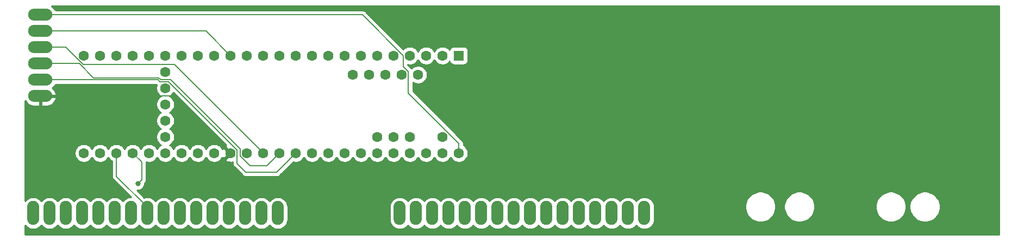
<source format=gbr>
G04 #@! TF.GenerationSoftware,KiCad,Pcbnew,(5.1.2)-2*
G04 #@! TF.CreationDate,2019-12-19T20:01:48-08:00*
G04 #@! TF.ProjectId,motherboard,6d6f7468-6572-4626-9f61-72642e6b6963,rev?*
G04 #@! TF.SameCoordinates,Original*
G04 #@! TF.FileFunction,Copper,L2,Bot*
G04 #@! TF.FilePolarity,Positive*
%FSLAX46Y46*%
G04 Gerber Fmt 4.6, Leading zero omitted, Abs format (unit mm)*
G04 Created by KiCad (PCBNEW (5.1.2)-2) date 2019-12-19 20:01:48*
%MOMM*%
%LPD*%
G04 APERTURE LIST*
%ADD10O,1.879600X3.759200*%
%ADD11O,3.759200X1.879600*%
%ADD12C,1.600000*%
%ADD13R,1.600000X1.600000*%
%ADD14C,0.800000*%
%ADD15C,0.150000*%
%ADD16C,0.254000*%
G04 APERTURE END LIST*
D10*
X181100000Y-128000000D03*
X178560000Y-128000000D03*
X176020000Y-128000000D03*
X173480000Y-128000000D03*
X170940000Y-128000000D03*
X168400000Y-128000000D03*
X165860000Y-128000000D03*
X163320000Y-128000000D03*
X160780000Y-128000000D03*
X158240000Y-128000000D03*
X155700000Y-128000000D03*
X153160000Y-128000000D03*
X150620000Y-128000000D03*
X148080000Y-128000000D03*
X145540000Y-128000000D03*
X143000000Y-128000000D03*
X85900000Y-128000000D03*
X88440000Y-128000000D03*
X90980000Y-128000000D03*
X93520000Y-128000000D03*
X96060000Y-128000000D03*
X98600000Y-128000000D03*
X101140000Y-128000000D03*
X103680000Y-128000000D03*
X106220000Y-128000000D03*
X108760000Y-128000000D03*
X111300000Y-128000000D03*
X113840000Y-128000000D03*
X116380000Y-128000000D03*
X118920000Y-128000000D03*
X121460000Y-128000000D03*
X124000000Y-128000000D03*
D11*
X87000000Y-97000000D03*
X87000000Y-99540000D03*
X87000000Y-102080000D03*
X87000000Y-104620000D03*
X87000000Y-107160000D03*
X87000000Y-109700000D03*
D12*
X111570000Y-103380000D03*
X109030000Y-103380000D03*
X106490000Y-103380000D03*
X103950000Y-103380000D03*
X114110000Y-103380000D03*
X116650000Y-103380000D03*
X119190000Y-103380000D03*
X101410000Y-103380000D03*
X98870000Y-103380000D03*
X96330000Y-103380000D03*
X93790000Y-103380000D03*
X106490000Y-105920000D03*
X106490000Y-108460000D03*
X106490000Y-111000000D03*
X106490000Y-113540000D03*
X106490000Y-116080000D03*
X93790000Y-118620000D03*
X96330000Y-118620000D03*
X98870000Y-118620000D03*
X101410000Y-118620000D03*
X103950000Y-118620000D03*
X106490000Y-118620000D03*
X109030000Y-118620000D03*
X111570000Y-118620000D03*
X121730000Y-103380000D03*
X124270000Y-103380000D03*
X126810000Y-103380000D03*
X129350000Y-103380000D03*
X131890000Y-103380000D03*
X134430000Y-103380000D03*
X136970000Y-103380000D03*
X139510000Y-103380000D03*
X142050000Y-103380000D03*
X144590000Y-103380000D03*
X147130000Y-103380000D03*
X149670000Y-103380000D03*
D13*
X152210000Y-103380000D03*
D12*
X114110000Y-118620000D03*
X116650000Y-118620000D03*
X119190000Y-118620000D03*
X121730000Y-118620000D03*
X124270000Y-118620000D03*
X126810000Y-118620000D03*
X129350000Y-118620000D03*
X131890000Y-118620000D03*
X134430000Y-118620000D03*
X136970000Y-118620000D03*
X139510000Y-118620000D03*
X142050000Y-118620000D03*
X144590000Y-118620000D03*
X147130000Y-118620000D03*
X149670000Y-118620000D03*
X152210000Y-118620000D03*
X149670000Y-116080000D03*
X144590000Y-116080000D03*
X142050000Y-116080000D03*
X139510000Y-116080000D03*
X145860000Y-106380000D03*
X143320000Y-106380000D03*
X140780000Y-106380000D03*
X138240000Y-106380000D03*
X135700000Y-106380000D03*
D14*
X102200000Y-123400000D03*
D15*
X102200000Y-123400000D02*
X102800000Y-122800000D01*
X102800000Y-120010000D02*
X101410000Y-118620000D01*
X102800000Y-122800000D02*
X102800000Y-120010000D01*
X98870000Y-119751370D02*
X98870000Y-118620000D01*
X98870000Y-122250200D02*
X98870000Y-119751370D01*
X103680000Y-127060200D02*
X98870000Y-122250200D01*
X103680000Y-128000000D02*
X103680000Y-127060200D01*
X152210000Y-117488630D02*
X152210000Y-118620000D01*
X152210000Y-117102998D02*
X152210000Y-117488630D01*
X144345001Y-109237999D02*
X152210000Y-117102998D01*
X144345001Y-105887999D02*
X144345001Y-109237999D01*
X143564999Y-105107997D02*
X144345001Y-105887999D01*
X143564999Y-103377997D02*
X143564999Y-105107997D01*
X137187002Y-97000000D02*
X143564999Y-103377997D01*
X87000000Y-97000000D02*
X137187002Y-97000000D01*
X112810000Y-99540000D02*
X116650000Y-103380000D01*
X87000000Y-99540000D02*
X112810000Y-99540000D01*
X107910000Y-104800000D02*
X120930001Y-117820001D01*
X120930001Y-117820001D02*
X121730000Y-118620000D01*
X93692997Y-104800000D02*
X107910000Y-104800000D01*
X90972997Y-102080000D02*
X93692997Y-104800000D01*
X87000000Y-102080000D02*
X90972997Y-102080000D01*
X105759266Y-107134988D02*
X107334988Y-107134988D01*
X105484268Y-106859989D02*
X105759266Y-107134988D01*
X87000000Y-104620000D02*
X93088719Y-104620000D01*
X93088719Y-104620000D02*
X95328708Y-106859989D01*
X95328708Y-106859989D02*
X105484268Y-106859989D01*
X123470001Y-119419999D02*
X124270000Y-118620000D01*
X119652998Y-120600000D02*
X122290000Y-120600000D01*
X118164999Y-119112001D02*
X119652998Y-120600000D01*
X118164999Y-117964999D02*
X118164999Y-119112001D01*
X122290000Y-120600000D02*
X123470001Y-119419999D01*
X107334988Y-107134988D02*
X118164999Y-117964999D01*
X117675001Y-118127999D02*
X117675001Y-120275001D01*
X106982001Y-107434999D02*
X117675001Y-118127999D01*
X105360000Y-107160000D02*
X105634999Y-107434999D01*
X87000000Y-107160000D02*
X105360000Y-107160000D01*
X105634999Y-107434999D02*
X106982001Y-107434999D01*
X117675001Y-120275001D02*
X119000000Y-121600000D01*
X123830000Y-121600000D02*
X126810000Y-118620000D01*
X119000000Y-121600000D02*
X123830000Y-121600000D01*
X107730000Y-109700000D02*
X116650000Y-118620000D01*
X87000000Y-109700000D02*
X107730000Y-109700000D01*
D16*
G36*
X236340000Y-131340000D02*
G01*
X84660000Y-131340000D01*
X84660000Y-129911225D01*
X84781062Y-130058739D01*
X85020856Y-130255533D01*
X85294435Y-130401765D01*
X85591286Y-130491813D01*
X85900000Y-130522219D01*
X86208715Y-130491813D01*
X86505566Y-130401765D01*
X86779145Y-130255533D01*
X87018939Y-130058739D01*
X87170001Y-129874670D01*
X87321062Y-130058739D01*
X87560856Y-130255533D01*
X87834435Y-130401765D01*
X88131286Y-130491813D01*
X88440000Y-130522219D01*
X88748715Y-130491813D01*
X89045566Y-130401765D01*
X89319145Y-130255533D01*
X89558939Y-130058739D01*
X89710001Y-129874670D01*
X89861062Y-130058739D01*
X90100856Y-130255533D01*
X90374435Y-130401765D01*
X90671286Y-130491813D01*
X90980000Y-130522219D01*
X91288715Y-130491813D01*
X91585566Y-130401765D01*
X91859145Y-130255533D01*
X92098939Y-130058739D01*
X92250001Y-129874670D01*
X92401062Y-130058739D01*
X92640856Y-130255533D01*
X92914435Y-130401765D01*
X93211286Y-130491813D01*
X93520000Y-130522219D01*
X93828715Y-130491813D01*
X94125566Y-130401765D01*
X94399145Y-130255533D01*
X94638939Y-130058739D01*
X94790001Y-129874670D01*
X94941062Y-130058739D01*
X95180856Y-130255533D01*
X95454435Y-130401765D01*
X95751286Y-130491813D01*
X96060000Y-130522219D01*
X96368715Y-130491813D01*
X96665566Y-130401765D01*
X96939145Y-130255533D01*
X97178939Y-130058739D01*
X97330001Y-129874670D01*
X97481062Y-130058739D01*
X97720856Y-130255533D01*
X97994435Y-130401765D01*
X98291286Y-130491813D01*
X98600000Y-130522219D01*
X98908715Y-130491813D01*
X99205566Y-130401765D01*
X99479145Y-130255533D01*
X99718939Y-130058739D01*
X99870001Y-129874670D01*
X100021062Y-130058739D01*
X100260856Y-130255533D01*
X100534435Y-130401765D01*
X100831286Y-130491813D01*
X101140000Y-130522219D01*
X101448715Y-130491813D01*
X101745566Y-130401765D01*
X102019145Y-130255533D01*
X102258939Y-130058739D01*
X102410001Y-129874670D01*
X102561062Y-130058739D01*
X102800856Y-130255533D01*
X103074435Y-130401765D01*
X103371286Y-130491813D01*
X103680000Y-130522219D01*
X103988715Y-130491813D01*
X104285566Y-130401765D01*
X104559145Y-130255533D01*
X104798939Y-130058739D01*
X104950001Y-129874670D01*
X105101062Y-130058739D01*
X105340856Y-130255533D01*
X105614435Y-130401765D01*
X105911286Y-130491813D01*
X106220000Y-130522219D01*
X106528715Y-130491813D01*
X106825566Y-130401765D01*
X107099145Y-130255533D01*
X107338939Y-130058739D01*
X107490001Y-129874670D01*
X107641062Y-130058739D01*
X107880856Y-130255533D01*
X108154435Y-130401765D01*
X108451286Y-130491813D01*
X108760000Y-130522219D01*
X109068715Y-130491813D01*
X109365566Y-130401765D01*
X109639145Y-130255533D01*
X109878939Y-130058739D01*
X110030001Y-129874670D01*
X110181062Y-130058739D01*
X110420856Y-130255533D01*
X110694435Y-130401765D01*
X110991286Y-130491813D01*
X111300000Y-130522219D01*
X111608715Y-130491813D01*
X111905566Y-130401765D01*
X112179145Y-130255533D01*
X112418939Y-130058739D01*
X112570001Y-129874670D01*
X112721062Y-130058739D01*
X112960856Y-130255533D01*
X113234435Y-130401765D01*
X113531286Y-130491813D01*
X113840000Y-130522219D01*
X114148715Y-130491813D01*
X114445566Y-130401765D01*
X114719145Y-130255533D01*
X114958939Y-130058739D01*
X115110001Y-129874670D01*
X115261062Y-130058739D01*
X115500856Y-130255533D01*
X115774435Y-130401765D01*
X116071286Y-130491813D01*
X116380000Y-130522219D01*
X116688715Y-130491813D01*
X116985566Y-130401765D01*
X117259145Y-130255533D01*
X117498939Y-130058739D01*
X117650001Y-129874670D01*
X117801062Y-130058739D01*
X118040856Y-130255533D01*
X118314435Y-130401765D01*
X118611286Y-130491813D01*
X118920000Y-130522219D01*
X119228715Y-130491813D01*
X119525566Y-130401765D01*
X119799145Y-130255533D01*
X120038939Y-130058739D01*
X120190001Y-129874670D01*
X120341062Y-130058739D01*
X120580856Y-130255533D01*
X120854435Y-130401765D01*
X121151286Y-130491813D01*
X121460000Y-130522219D01*
X121768715Y-130491813D01*
X122065566Y-130401765D01*
X122339145Y-130255533D01*
X122578939Y-130058739D01*
X122730001Y-129874670D01*
X122881062Y-130058739D01*
X123120856Y-130255533D01*
X123394435Y-130401765D01*
X123691286Y-130491813D01*
X124000000Y-130522219D01*
X124308715Y-130491813D01*
X124605566Y-130401765D01*
X124879145Y-130255533D01*
X125118939Y-130058739D01*
X125315733Y-129818945D01*
X125461965Y-129545366D01*
X125552013Y-129248515D01*
X125574800Y-129017156D01*
X125574800Y-126982845D01*
X141425200Y-126982845D01*
X141425201Y-129017156D01*
X141447988Y-129248515D01*
X141538036Y-129545366D01*
X141684268Y-129818945D01*
X141881062Y-130058739D01*
X142120856Y-130255533D01*
X142394435Y-130401765D01*
X142691286Y-130491813D01*
X143000000Y-130522219D01*
X143308715Y-130491813D01*
X143605566Y-130401765D01*
X143879145Y-130255533D01*
X144118939Y-130058739D01*
X144270001Y-129874670D01*
X144421062Y-130058739D01*
X144660856Y-130255533D01*
X144934435Y-130401765D01*
X145231286Y-130491813D01*
X145540000Y-130522219D01*
X145848715Y-130491813D01*
X146145566Y-130401765D01*
X146419145Y-130255533D01*
X146658939Y-130058739D01*
X146810001Y-129874670D01*
X146961062Y-130058739D01*
X147200856Y-130255533D01*
X147474435Y-130401765D01*
X147771286Y-130491813D01*
X148080000Y-130522219D01*
X148388715Y-130491813D01*
X148685566Y-130401765D01*
X148959145Y-130255533D01*
X149198939Y-130058739D01*
X149350001Y-129874670D01*
X149501062Y-130058739D01*
X149740856Y-130255533D01*
X150014435Y-130401765D01*
X150311286Y-130491813D01*
X150620000Y-130522219D01*
X150928715Y-130491813D01*
X151225566Y-130401765D01*
X151499145Y-130255533D01*
X151738939Y-130058739D01*
X151890001Y-129874670D01*
X152041062Y-130058739D01*
X152280856Y-130255533D01*
X152554435Y-130401765D01*
X152851286Y-130491813D01*
X153160000Y-130522219D01*
X153468715Y-130491813D01*
X153765566Y-130401765D01*
X154039145Y-130255533D01*
X154278939Y-130058739D01*
X154430001Y-129874670D01*
X154581062Y-130058739D01*
X154820856Y-130255533D01*
X155094435Y-130401765D01*
X155391286Y-130491813D01*
X155700000Y-130522219D01*
X156008715Y-130491813D01*
X156305566Y-130401765D01*
X156579145Y-130255533D01*
X156818939Y-130058739D01*
X156970001Y-129874670D01*
X157121062Y-130058739D01*
X157360856Y-130255533D01*
X157634435Y-130401765D01*
X157931286Y-130491813D01*
X158240000Y-130522219D01*
X158548715Y-130491813D01*
X158845566Y-130401765D01*
X159119145Y-130255533D01*
X159358939Y-130058739D01*
X159510001Y-129874670D01*
X159661062Y-130058739D01*
X159900856Y-130255533D01*
X160174435Y-130401765D01*
X160471286Y-130491813D01*
X160780000Y-130522219D01*
X161088715Y-130491813D01*
X161385566Y-130401765D01*
X161659145Y-130255533D01*
X161898939Y-130058739D01*
X162050001Y-129874670D01*
X162201062Y-130058739D01*
X162440856Y-130255533D01*
X162714435Y-130401765D01*
X163011286Y-130491813D01*
X163320000Y-130522219D01*
X163628715Y-130491813D01*
X163925566Y-130401765D01*
X164199145Y-130255533D01*
X164438939Y-130058739D01*
X164590001Y-129874670D01*
X164741062Y-130058739D01*
X164980856Y-130255533D01*
X165254435Y-130401765D01*
X165551286Y-130491813D01*
X165860000Y-130522219D01*
X166168715Y-130491813D01*
X166465566Y-130401765D01*
X166739145Y-130255533D01*
X166978939Y-130058739D01*
X167130001Y-129874670D01*
X167281062Y-130058739D01*
X167520856Y-130255533D01*
X167794435Y-130401765D01*
X168091286Y-130491813D01*
X168400000Y-130522219D01*
X168708715Y-130491813D01*
X169005566Y-130401765D01*
X169279145Y-130255533D01*
X169518939Y-130058739D01*
X169670001Y-129874670D01*
X169821062Y-130058739D01*
X170060856Y-130255533D01*
X170334435Y-130401765D01*
X170631286Y-130491813D01*
X170940000Y-130522219D01*
X171248715Y-130491813D01*
X171545566Y-130401765D01*
X171819145Y-130255533D01*
X172058939Y-130058739D01*
X172210001Y-129874670D01*
X172361062Y-130058739D01*
X172600856Y-130255533D01*
X172874435Y-130401765D01*
X173171286Y-130491813D01*
X173480000Y-130522219D01*
X173788715Y-130491813D01*
X174085566Y-130401765D01*
X174359145Y-130255533D01*
X174598939Y-130058739D01*
X174750001Y-129874670D01*
X174901062Y-130058739D01*
X175140856Y-130255533D01*
X175414435Y-130401765D01*
X175711286Y-130491813D01*
X176020000Y-130522219D01*
X176328715Y-130491813D01*
X176625566Y-130401765D01*
X176899145Y-130255533D01*
X177138939Y-130058739D01*
X177290001Y-129874670D01*
X177441062Y-130058739D01*
X177680856Y-130255533D01*
X177954435Y-130401765D01*
X178251286Y-130491813D01*
X178560000Y-130522219D01*
X178868715Y-130491813D01*
X179165566Y-130401765D01*
X179439145Y-130255533D01*
X179678939Y-130058739D01*
X179830001Y-129874670D01*
X179981062Y-130058739D01*
X180220856Y-130255533D01*
X180494435Y-130401765D01*
X180791286Y-130491813D01*
X181100000Y-130522219D01*
X181408715Y-130491813D01*
X181705566Y-130401765D01*
X181979145Y-130255533D01*
X182218939Y-130058739D01*
X182415733Y-129818945D01*
X182561965Y-129545366D01*
X182652013Y-129248515D01*
X182674800Y-129017156D01*
X182674800Y-126982844D01*
X182653354Y-126765098D01*
X196815000Y-126765098D01*
X196815000Y-127234902D01*
X196906654Y-127695679D01*
X197086440Y-128129721D01*
X197347450Y-128520349D01*
X197679651Y-128852550D01*
X198070279Y-129113560D01*
X198504321Y-129293346D01*
X198965098Y-129385000D01*
X199434902Y-129385000D01*
X199895679Y-129293346D01*
X200329721Y-129113560D01*
X200720349Y-128852550D01*
X201052550Y-128520349D01*
X201313560Y-128129721D01*
X201493346Y-127695679D01*
X201585000Y-127234902D01*
X201585000Y-126765098D01*
X202865000Y-126765098D01*
X202865000Y-127234902D01*
X202956654Y-127695679D01*
X203136440Y-128129721D01*
X203397450Y-128520349D01*
X203729651Y-128852550D01*
X204120279Y-129113560D01*
X204554321Y-129293346D01*
X205015098Y-129385000D01*
X205484902Y-129385000D01*
X205945679Y-129293346D01*
X206379721Y-129113560D01*
X206770349Y-128852550D01*
X207102550Y-128520349D01*
X207363560Y-128129721D01*
X207543346Y-127695679D01*
X207635000Y-127234902D01*
X207635000Y-126765098D01*
X217115000Y-126765098D01*
X217115000Y-127234902D01*
X217206654Y-127695679D01*
X217386440Y-128129721D01*
X217647450Y-128520349D01*
X217979651Y-128852550D01*
X218370279Y-129113560D01*
X218804321Y-129293346D01*
X219265098Y-129385000D01*
X219734902Y-129385000D01*
X220195679Y-129293346D01*
X220629721Y-129113560D01*
X221020349Y-128852550D01*
X221352550Y-128520349D01*
X221613560Y-128129721D01*
X221793346Y-127695679D01*
X221885000Y-127234902D01*
X221885000Y-126765098D01*
X222415000Y-126765098D01*
X222415000Y-127234902D01*
X222506654Y-127695679D01*
X222686440Y-128129721D01*
X222947450Y-128520349D01*
X223279651Y-128852550D01*
X223670279Y-129113560D01*
X224104321Y-129293346D01*
X224565098Y-129385000D01*
X225034902Y-129385000D01*
X225495679Y-129293346D01*
X225929721Y-129113560D01*
X226320349Y-128852550D01*
X226652550Y-128520349D01*
X226913560Y-128129721D01*
X227093346Y-127695679D01*
X227185000Y-127234902D01*
X227185000Y-126765098D01*
X227093346Y-126304321D01*
X226913560Y-125870279D01*
X226652550Y-125479651D01*
X226320349Y-125147450D01*
X225929721Y-124886440D01*
X225495679Y-124706654D01*
X225034902Y-124615000D01*
X224565098Y-124615000D01*
X224104321Y-124706654D01*
X223670279Y-124886440D01*
X223279651Y-125147450D01*
X222947450Y-125479651D01*
X222686440Y-125870279D01*
X222506654Y-126304321D01*
X222415000Y-126765098D01*
X221885000Y-126765098D01*
X221793346Y-126304321D01*
X221613560Y-125870279D01*
X221352550Y-125479651D01*
X221020349Y-125147450D01*
X220629721Y-124886440D01*
X220195679Y-124706654D01*
X219734902Y-124615000D01*
X219265098Y-124615000D01*
X218804321Y-124706654D01*
X218370279Y-124886440D01*
X217979651Y-125147450D01*
X217647450Y-125479651D01*
X217386440Y-125870279D01*
X217206654Y-126304321D01*
X217115000Y-126765098D01*
X207635000Y-126765098D01*
X207543346Y-126304321D01*
X207363560Y-125870279D01*
X207102550Y-125479651D01*
X206770349Y-125147450D01*
X206379721Y-124886440D01*
X205945679Y-124706654D01*
X205484902Y-124615000D01*
X205015098Y-124615000D01*
X204554321Y-124706654D01*
X204120279Y-124886440D01*
X203729651Y-125147450D01*
X203397450Y-125479651D01*
X203136440Y-125870279D01*
X202956654Y-126304321D01*
X202865000Y-126765098D01*
X201585000Y-126765098D01*
X201493346Y-126304321D01*
X201313560Y-125870279D01*
X201052550Y-125479651D01*
X200720349Y-125147450D01*
X200329721Y-124886440D01*
X199895679Y-124706654D01*
X199434902Y-124615000D01*
X198965098Y-124615000D01*
X198504321Y-124706654D01*
X198070279Y-124886440D01*
X197679651Y-125147450D01*
X197347450Y-125479651D01*
X197086440Y-125870279D01*
X196906654Y-126304321D01*
X196815000Y-126765098D01*
X182653354Y-126765098D01*
X182652013Y-126751485D01*
X182561965Y-126454634D01*
X182415733Y-126181055D01*
X182218939Y-125941261D01*
X181979144Y-125744467D01*
X181705565Y-125598235D01*
X181408714Y-125508187D01*
X181100000Y-125477781D01*
X180791285Y-125508187D01*
X180494434Y-125598235D01*
X180220855Y-125744467D01*
X179981061Y-125941261D01*
X179830000Y-126125330D01*
X179678939Y-125941261D01*
X179439144Y-125744467D01*
X179165565Y-125598235D01*
X178868714Y-125508187D01*
X178560000Y-125477781D01*
X178251285Y-125508187D01*
X177954434Y-125598235D01*
X177680855Y-125744467D01*
X177441061Y-125941261D01*
X177290000Y-126125330D01*
X177138939Y-125941261D01*
X176899144Y-125744467D01*
X176625565Y-125598235D01*
X176328714Y-125508187D01*
X176020000Y-125477781D01*
X175711285Y-125508187D01*
X175414434Y-125598235D01*
X175140855Y-125744467D01*
X174901061Y-125941261D01*
X174750000Y-126125330D01*
X174598939Y-125941261D01*
X174359144Y-125744467D01*
X174085565Y-125598235D01*
X173788714Y-125508187D01*
X173480000Y-125477781D01*
X173171285Y-125508187D01*
X172874434Y-125598235D01*
X172600855Y-125744467D01*
X172361061Y-125941261D01*
X172210000Y-126125330D01*
X172058939Y-125941261D01*
X171819144Y-125744467D01*
X171545565Y-125598235D01*
X171248714Y-125508187D01*
X170940000Y-125477781D01*
X170631285Y-125508187D01*
X170334434Y-125598235D01*
X170060855Y-125744467D01*
X169821061Y-125941261D01*
X169670000Y-126125330D01*
X169518939Y-125941261D01*
X169279144Y-125744467D01*
X169005565Y-125598235D01*
X168708714Y-125508187D01*
X168400000Y-125477781D01*
X168091285Y-125508187D01*
X167794434Y-125598235D01*
X167520855Y-125744467D01*
X167281061Y-125941261D01*
X167130000Y-126125330D01*
X166978939Y-125941261D01*
X166739144Y-125744467D01*
X166465565Y-125598235D01*
X166168714Y-125508187D01*
X165860000Y-125477781D01*
X165551285Y-125508187D01*
X165254434Y-125598235D01*
X164980855Y-125744467D01*
X164741061Y-125941261D01*
X164590000Y-126125330D01*
X164438939Y-125941261D01*
X164199144Y-125744467D01*
X163925565Y-125598235D01*
X163628714Y-125508187D01*
X163320000Y-125477781D01*
X163011285Y-125508187D01*
X162714434Y-125598235D01*
X162440855Y-125744467D01*
X162201061Y-125941261D01*
X162050000Y-126125330D01*
X161898939Y-125941261D01*
X161659144Y-125744467D01*
X161385565Y-125598235D01*
X161088714Y-125508187D01*
X160780000Y-125477781D01*
X160471285Y-125508187D01*
X160174434Y-125598235D01*
X159900855Y-125744467D01*
X159661061Y-125941261D01*
X159510000Y-126125330D01*
X159358939Y-125941261D01*
X159119144Y-125744467D01*
X158845565Y-125598235D01*
X158548714Y-125508187D01*
X158240000Y-125477781D01*
X157931285Y-125508187D01*
X157634434Y-125598235D01*
X157360855Y-125744467D01*
X157121061Y-125941261D01*
X156970000Y-126125330D01*
X156818939Y-125941261D01*
X156579144Y-125744467D01*
X156305565Y-125598235D01*
X156008714Y-125508187D01*
X155700000Y-125477781D01*
X155391285Y-125508187D01*
X155094434Y-125598235D01*
X154820855Y-125744467D01*
X154581061Y-125941261D01*
X154430000Y-126125330D01*
X154278939Y-125941261D01*
X154039144Y-125744467D01*
X153765565Y-125598235D01*
X153468714Y-125508187D01*
X153160000Y-125477781D01*
X152851285Y-125508187D01*
X152554434Y-125598235D01*
X152280855Y-125744467D01*
X152041061Y-125941261D01*
X151890000Y-126125330D01*
X151738939Y-125941261D01*
X151499144Y-125744467D01*
X151225565Y-125598235D01*
X150928714Y-125508187D01*
X150620000Y-125477781D01*
X150311285Y-125508187D01*
X150014434Y-125598235D01*
X149740855Y-125744467D01*
X149501061Y-125941261D01*
X149350000Y-126125330D01*
X149198939Y-125941261D01*
X148959144Y-125744467D01*
X148685565Y-125598235D01*
X148388714Y-125508187D01*
X148080000Y-125477781D01*
X147771285Y-125508187D01*
X147474434Y-125598235D01*
X147200855Y-125744467D01*
X146961061Y-125941261D01*
X146810000Y-126125330D01*
X146658939Y-125941261D01*
X146419144Y-125744467D01*
X146145565Y-125598235D01*
X145848714Y-125508187D01*
X145540000Y-125477781D01*
X145231285Y-125508187D01*
X144934434Y-125598235D01*
X144660855Y-125744467D01*
X144421061Y-125941261D01*
X144270000Y-126125330D01*
X144118939Y-125941261D01*
X143879144Y-125744467D01*
X143605565Y-125598235D01*
X143308714Y-125508187D01*
X143000000Y-125477781D01*
X142691285Y-125508187D01*
X142394434Y-125598235D01*
X142120855Y-125744467D01*
X141881061Y-125941261D01*
X141684267Y-126181056D01*
X141538035Y-126454635D01*
X141447987Y-126751486D01*
X141425200Y-126982845D01*
X125574800Y-126982845D01*
X125574800Y-126982844D01*
X125552013Y-126751485D01*
X125461965Y-126454634D01*
X125315733Y-126181055D01*
X125118939Y-125941261D01*
X124879144Y-125744467D01*
X124605565Y-125598235D01*
X124308714Y-125508187D01*
X124000000Y-125477781D01*
X123691285Y-125508187D01*
X123394434Y-125598235D01*
X123120855Y-125744467D01*
X122881061Y-125941261D01*
X122730000Y-126125330D01*
X122578939Y-125941261D01*
X122339144Y-125744467D01*
X122065565Y-125598235D01*
X121768714Y-125508187D01*
X121460000Y-125477781D01*
X121151285Y-125508187D01*
X120854434Y-125598235D01*
X120580855Y-125744467D01*
X120341061Y-125941261D01*
X120190000Y-126125330D01*
X120038939Y-125941261D01*
X119799144Y-125744467D01*
X119525565Y-125598235D01*
X119228714Y-125508187D01*
X118920000Y-125477781D01*
X118611285Y-125508187D01*
X118314434Y-125598235D01*
X118040855Y-125744467D01*
X117801061Y-125941261D01*
X117650000Y-126125330D01*
X117498939Y-125941261D01*
X117259144Y-125744467D01*
X116985565Y-125598235D01*
X116688714Y-125508187D01*
X116380000Y-125477781D01*
X116071285Y-125508187D01*
X115774434Y-125598235D01*
X115500855Y-125744467D01*
X115261061Y-125941261D01*
X115110000Y-126125330D01*
X114958939Y-125941261D01*
X114719144Y-125744467D01*
X114445565Y-125598235D01*
X114148714Y-125508187D01*
X113840000Y-125477781D01*
X113531285Y-125508187D01*
X113234434Y-125598235D01*
X112960855Y-125744467D01*
X112721061Y-125941261D01*
X112570000Y-126125330D01*
X112418939Y-125941261D01*
X112179144Y-125744467D01*
X111905565Y-125598235D01*
X111608714Y-125508187D01*
X111300000Y-125477781D01*
X110991285Y-125508187D01*
X110694434Y-125598235D01*
X110420855Y-125744467D01*
X110181061Y-125941261D01*
X110030000Y-126125330D01*
X109878939Y-125941261D01*
X109639144Y-125744467D01*
X109365565Y-125598235D01*
X109068714Y-125508187D01*
X108760000Y-125477781D01*
X108451285Y-125508187D01*
X108154434Y-125598235D01*
X107880855Y-125744467D01*
X107641061Y-125941261D01*
X107490000Y-126125330D01*
X107338939Y-125941261D01*
X107099144Y-125744467D01*
X106825565Y-125598235D01*
X106528714Y-125508187D01*
X106220000Y-125477781D01*
X105911285Y-125508187D01*
X105614434Y-125598235D01*
X105340855Y-125744467D01*
X105101061Y-125941261D01*
X104950000Y-126125330D01*
X104798939Y-125941261D01*
X104559144Y-125744467D01*
X104285565Y-125598235D01*
X103988714Y-125508187D01*
X103680000Y-125477781D01*
X103371285Y-125508187D01*
X103187752Y-125563861D01*
X102049166Y-124425274D01*
X102098061Y-124435000D01*
X102301939Y-124435000D01*
X102501898Y-124395226D01*
X102690256Y-124317205D01*
X102859774Y-124203937D01*
X103003937Y-124059774D01*
X103117205Y-123890256D01*
X103195226Y-123701898D01*
X103235000Y-123501939D01*
X103235000Y-123369092D01*
X103277388Y-123326704D01*
X103304474Y-123304475D01*
X103326704Y-123277388D01*
X103326707Y-123277385D01*
X103393199Y-123196364D01*
X103393201Y-123196362D01*
X103459128Y-123073020D01*
X103499727Y-122939184D01*
X103510000Y-122834877D01*
X103510000Y-122834876D01*
X103513435Y-122800001D01*
X103510000Y-122765126D01*
X103510000Y-120044875D01*
X103513435Y-120010000D01*
X103511628Y-119991652D01*
X103531426Y-119999853D01*
X103808665Y-120055000D01*
X104091335Y-120055000D01*
X104368574Y-119999853D01*
X104629727Y-119891680D01*
X104864759Y-119734637D01*
X105064637Y-119534759D01*
X105220000Y-119302241D01*
X105375363Y-119534759D01*
X105575241Y-119734637D01*
X105810273Y-119891680D01*
X106071426Y-119999853D01*
X106348665Y-120055000D01*
X106631335Y-120055000D01*
X106908574Y-119999853D01*
X107169727Y-119891680D01*
X107404759Y-119734637D01*
X107604637Y-119534759D01*
X107760000Y-119302241D01*
X107915363Y-119534759D01*
X108115241Y-119734637D01*
X108350273Y-119891680D01*
X108611426Y-119999853D01*
X108888665Y-120055000D01*
X109171335Y-120055000D01*
X109448574Y-119999853D01*
X109709727Y-119891680D01*
X109944759Y-119734637D01*
X110144637Y-119534759D01*
X110300000Y-119302241D01*
X110455363Y-119534759D01*
X110655241Y-119734637D01*
X110890273Y-119891680D01*
X111151426Y-119999853D01*
X111428665Y-120055000D01*
X111711335Y-120055000D01*
X111988574Y-119999853D01*
X112249727Y-119891680D01*
X112484759Y-119734637D01*
X112684637Y-119534759D01*
X112840000Y-119302241D01*
X112995363Y-119534759D01*
X113195241Y-119734637D01*
X113430273Y-119891680D01*
X113691426Y-119999853D01*
X113968665Y-120055000D01*
X114251335Y-120055000D01*
X114528574Y-119999853D01*
X114789727Y-119891680D01*
X115024759Y-119734637D01*
X115224637Y-119534759D01*
X115380915Y-119300872D01*
X115413329Y-119361514D01*
X115657298Y-119433097D01*
X116470395Y-118620000D01*
X115657298Y-117806903D01*
X115413329Y-117878486D01*
X115382806Y-117942992D01*
X115381680Y-117940273D01*
X115224637Y-117705241D01*
X115024759Y-117505363D01*
X114789727Y-117348320D01*
X114528574Y-117240147D01*
X114251335Y-117185000D01*
X113968665Y-117185000D01*
X113691426Y-117240147D01*
X113430273Y-117348320D01*
X113195241Y-117505363D01*
X112995363Y-117705241D01*
X112840000Y-117937759D01*
X112684637Y-117705241D01*
X112484759Y-117505363D01*
X112249727Y-117348320D01*
X111988574Y-117240147D01*
X111711335Y-117185000D01*
X111428665Y-117185000D01*
X111151426Y-117240147D01*
X110890273Y-117348320D01*
X110655241Y-117505363D01*
X110455363Y-117705241D01*
X110300000Y-117937759D01*
X110144637Y-117705241D01*
X109944759Y-117505363D01*
X109709727Y-117348320D01*
X109448574Y-117240147D01*
X109171335Y-117185000D01*
X108888665Y-117185000D01*
X108611426Y-117240147D01*
X108350273Y-117348320D01*
X108115241Y-117505363D01*
X107915363Y-117705241D01*
X107760000Y-117937759D01*
X107604637Y-117705241D01*
X107404759Y-117505363D01*
X107172241Y-117350000D01*
X107404759Y-117194637D01*
X107604637Y-116994759D01*
X107761680Y-116759727D01*
X107869853Y-116498574D01*
X107925000Y-116221335D01*
X107925000Y-115938665D01*
X107869853Y-115661426D01*
X107761680Y-115400273D01*
X107604637Y-115165241D01*
X107404759Y-114965363D01*
X107172241Y-114810000D01*
X107404759Y-114654637D01*
X107604637Y-114454759D01*
X107761680Y-114219727D01*
X107869853Y-113958574D01*
X107925000Y-113681335D01*
X107925000Y-113398665D01*
X107869853Y-113121426D01*
X107761680Y-112860273D01*
X107604637Y-112625241D01*
X107404759Y-112425363D01*
X107172241Y-112270000D01*
X107404759Y-112114637D01*
X107604637Y-111914759D01*
X107761680Y-111679727D01*
X107869853Y-111418574D01*
X107925000Y-111141335D01*
X107925000Y-110858665D01*
X107869853Y-110581426D01*
X107761680Y-110320273D01*
X107604637Y-110085241D01*
X107404759Y-109885363D01*
X107172241Y-109730000D01*
X107404759Y-109574637D01*
X107604637Y-109374759D01*
X107730020Y-109187109D01*
X115920056Y-117377145D01*
X115908486Y-117383329D01*
X115836903Y-117627298D01*
X116650000Y-118440395D01*
X116664143Y-118426253D01*
X116843748Y-118605858D01*
X116829605Y-118620000D01*
X116843748Y-118634143D01*
X116664143Y-118813748D01*
X116650000Y-118799605D01*
X115836903Y-119612702D01*
X115908486Y-119856671D01*
X116163996Y-119977571D01*
X116438184Y-120046300D01*
X116720512Y-120060217D01*
X116965002Y-120023992D01*
X116965002Y-120240116D01*
X116961566Y-120275001D01*
X116975275Y-120414185D01*
X117015873Y-120548020D01*
X117043657Y-120600000D01*
X117081802Y-120671364D01*
X117170527Y-120779476D01*
X117197618Y-120801709D01*
X118473288Y-122077379D01*
X118495525Y-122104475D01*
X118603637Y-122193200D01*
X118629083Y-122206801D01*
X118726980Y-122259128D01*
X118860815Y-122299727D01*
X119000000Y-122313435D01*
X119034877Y-122310000D01*
X123795125Y-122310000D01*
X123830000Y-122313435D01*
X123864875Y-122310000D01*
X123864877Y-122310000D01*
X123969184Y-122299727D01*
X124103020Y-122259128D01*
X124226363Y-122193200D01*
X124334475Y-122104475D01*
X124356712Y-122077379D01*
X126427136Y-120006956D01*
X126668665Y-120055000D01*
X126951335Y-120055000D01*
X127228574Y-119999853D01*
X127489727Y-119891680D01*
X127724759Y-119734637D01*
X127924637Y-119534759D01*
X128080000Y-119302241D01*
X128235363Y-119534759D01*
X128435241Y-119734637D01*
X128670273Y-119891680D01*
X128931426Y-119999853D01*
X129208665Y-120055000D01*
X129491335Y-120055000D01*
X129768574Y-119999853D01*
X130029727Y-119891680D01*
X130264759Y-119734637D01*
X130464637Y-119534759D01*
X130620000Y-119302241D01*
X130775363Y-119534759D01*
X130975241Y-119734637D01*
X131210273Y-119891680D01*
X131471426Y-119999853D01*
X131748665Y-120055000D01*
X132031335Y-120055000D01*
X132308574Y-119999853D01*
X132569727Y-119891680D01*
X132804759Y-119734637D01*
X133004637Y-119534759D01*
X133160000Y-119302241D01*
X133315363Y-119534759D01*
X133515241Y-119734637D01*
X133750273Y-119891680D01*
X134011426Y-119999853D01*
X134288665Y-120055000D01*
X134571335Y-120055000D01*
X134848574Y-119999853D01*
X135109727Y-119891680D01*
X135344759Y-119734637D01*
X135544637Y-119534759D01*
X135700000Y-119302241D01*
X135855363Y-119534759D01*
X136055241Y-119734637D01*
X136290273Y-119891680D01*
X136551426Y-119999853D01*
X136828665Y-120055000D01*
X137111335Y-120055000D01*
X137388574Y-119999853D01*
X137649727Y-119891680D01*
X137884759Y-119734637D01*
X138084637Y-119534759D01*
X138240000Y-119302241D01*
X138395363Y-119534759D01*
X138595241Y-119734637D01*
X138830273Y-119891680D01*
X139091426Y-119999853D01*
X139368665Y-120055000D01*
X139651335Y-120055000D01*
X139928574Y-119999853D01*
X140189727Y-119891680D01*
X140424759Y-119734637D01*
X140624637Y-119534759D01*
X140780000Y-119302241D01*
X140935363Y-119534759D01*
X141135241Y-119734637D01*
X141370273Y-119891680D01*
X141631426Y-119999853D01*
X141908665Y-120055000D01*
X142191335Y-120055000D01*
X142468574Y-119999853D01*
X142729727Y-119891680D01*
X142964759Y-119734637D01*
X143164637Y-119534759D01*
X143320000Y-119302241D01*
X143475363Y-119534759D01*
X143675241Y-119734637D01*
X143910273Y-119891680D01*
X144171426Y-119999853D01*
X144448665Y-120055000D01*
X144731335Y-120055000D01*
X145008574Y-119999853D01*
X145269727Y-119891680D01*
X145504759Y-119734637D01*
X145704637Y-119534759D01*
X145860000Y-119302241D01*
X146015363Y-119534759D01*
X146215241Y-119734637D01*
X146450273Y-119891680D01*
X146711426Y-119999853D01*
X146988665Y-120055000D01*
X147271335Y-120055000D01*
X147548574Y-119999853D01*
X147809727Y-119891680D01*
X148044759Y-119734637D01*
X148244637Y-119534759D01*
X148400000Y-119302241D01*
X148555363Y-119534759D01*
X148755241Y-119734637D01*
X148990273Y-119891680D01*
X149251426Y-119999853D01*
X149528665Y-120055000D01*
X149811335Y-120055000D01*
X150088574Y-119999853D01*
X150349727Y-119891680D01*
X150584759Y-119734637D01*
X150784637Y-119534759D01*
X150940000Y-119302241D01*
X151095363Y-119534759D01*
X151295241Y-119734637D01*
X151530273Y-119891680D01*
X151791426Y-119999853D01*
X152068665Y-120055000D01*
X152351335Y-120055000D01*
X152628574Y-119999853D01*
X152889727Y-119891680D01*
X153124759Y-119734637D01*
X153324637Y-119534759D01*
X153481680Y-119299727D01*
X153589853Y-119038574D01*
X153645000Y-118761335D01*
X153645000Y-118478665D01*
X153589853Y-118201426D01*
X153481680Y-117940273D01*
X153324637Y-117705241D01*
X153124759Y-117505363D01*
X152920000Y-117368548D01*
X152920000Y-117137872D01*
X152923435Y-117102997D01*
X152920000Y-117068121D01*
X152909727Y-116963814D01*
X152869128Y-116829978D01*
X152803200Y-116706635D01*
X152788235Y-116688400D01*
X152736707Y-116625613D01*
X152736704Y-116625610D01*
X152714474Y-116598523D01*
X152687389Y-116576295D01*
X145055001Y-108943908D01*
X145055001Y-107567976D01*
X145180273Y-107651680D01*
X145441426Y-107759853D01*
X145718665Y-107815000D01*
X146001335Y-107815000D01*
X146278574Y-107759853D01*
X146539727Y-107651680D01*
X146774759Y-107494637D01*
X146974637Y-107294759D01*
X147131680Y-107059727D01*
X147239853Y-106798574D01*
X147295000Y-106521335D01*
X147295000Y-106238665D01*
X147239853Y-105961426D01*
X147131680Y-105700273D01*
X146974637Y-105465241D01*
X146774759Y-105265363D01*
X146539727Y-105108320D01*
X146278574Y-105000147D01*
X146001335Y-104945000D01*
X145718665Y-104945000D01*
X145441426Y-105000147D01*
X145180273Y-105108320D01*
X144945241Y-105265363D01*
X144837175Y-105373429D01*
X144822390Y-105361296D01*
X144274999Y-104813906D01*
X144274999Y-104780455D01*
X144448665Y-104815000D01*
X144731335Y-104815000D01*
X145008574Y-104759853D01*
X145269727Y-104651680D01*
X145504759Y-104494637D01*
X145704637Y-104294759D01*
X145860000Y-104062241D01*
X146015363Y-104294759D01*
X146215241Y-104494637D01*
X146450273Y-104651680D01*
X146711426Y-104759853D01*
X146988665Y-104815000D01*
X147271335Y-104815000D01*
X147548574Y-104759853D01*
X147809727Y-104651680D01*
X148044759Y-104494637D01*
X148244637Y-104294759D01*
X148400000Y-104062241D01*
X148555363Y-104294759D01*
X148755241Y-104494637D01*
X148990273Y-104651680D01*
X149251426Y-104759853D01*
X149528665Y-104815000D01*
X149811335Y-104815000D01*
X150088574Y-104759853D01*
X150349727Y-104651680D01*
X150584759Y-104494637D01*
X150783357Y-104296039D01*
X150784188Y-104304482D01*
X150820498Y-104424180D01*
X150879463Y-104534494D01*
X150958815Y-104631185D01*
X151055506Y-104710537D01*
X151165820Y-104769502D01*
X151285518Y-104805812D01*
X151410000Y-104818072D01*
X153010000Y-104818072D01*
X153134482Y-104805812D01*
X153254180Y-104769502D01*
X153364494Y-104710537D01*
X153461185Y-104631185D01*
X153540537Y-104534494D01*
X153599502Y-104424180D01*
X153635812Y-104304482D01*
X153648072Y-104180000D01*
X153648072Y-102580000D01*
X153635812Y-102455518D01*
X153599502Y-102335820D01*
X153540537Y-102225506D01*
X153461185Y-102128815D01*
X153364494Y-102049463D01*
X153254180Y-101990498D01*
X153134482Y-101954188D01*
X153010000Y-101941928D01*
X151410000Y-101941928D01*
X151285518Y-101954188D01*
X151165820Y-101990498D01*
X151055506Y-102049463D01*
X150958815Y-102128815D01*
X150879463Y-102225506D01*
X150820498Y-102335820D01*
X150784188Y-102455518D01*
X150783357Y-102463961D01*
X150584759Y-102265363D01*
X150349727Y-102108320D01*
X150088574Y-102000147D01*
X149811335Y-101945000D01*
X149528665Y-101945000D01*
X149251426Y-102000147D01*
X148990273Y-102108320D01*
X148755241Y-102265363D01*
X148555363Y-102465241D01*
X148400000Y-102697759D01*
X148244637Y-102465241D01*
X148044759Y-102265363D01*
X147809727Y-102108320D01*
X147548574Y-102000147D01*
X147271335Y-101945000D01*
X146988665Y-101945000D01*
X146711426Y-102000147D01*
X146450273Y-102108320D01*
X146215241Y-102265363D01*
X146015363Y-102465241D01*
X145860000Y-102697759D01*
X145704637Y-102465241D01*
X145504759Y-102265363D01*
X145269727Y-102108320D01*
X145008574Y-102000147D01*
X144731335Y-101945000D01*
X144448665Y-101945000D01*
X144171426Y-102000147D01*
X143910273Y-102108320D01*
X143675241Y-102265363D01*
X143565849Y-102374756D01*
X137713714Y-96522621D01*
X137691477Y-96495525D01*
X137583365Y-96406800D01*
X137460022Y-96340872D01*
X137326186Y-96300273D01*
X137221879Y-96290000D01*
X137221877Y-96290000D01*
X137187002Y-96286565D01*
X137152127Y-96290000D01*
X89345943Y-96290000D01*
X89255533Y-96120855D01*
X89058739Y-95881061D01*
X88818945Y-95684267D01*
X88773545Y-95660000D01*
X236340001Y-95660000D01*
X236340000Y-131340000D01*
X236340000Y-131340000D01*
G37*
X236340000Y-131340000D02*
X84660000Y-131340000D01*
X84660000Y-129911225D01*
X84781062Y-130058739D01*
X85020856Y-130255533D01*
X85294435Y-130401765D01*
X85591286Y-130491813D01*
X85900000Y-130522219D01*
X86208715Y-130491813D01*
X86505566Y-130401765D01*
X86779145Y-130255533D01*
X87018939Y-130058739D01*
X87170001Y-129874670D01*
X87321062Y-130058739D01*
X87560856Y-130255533D01*
X87834435Y-130401765D01*
X88131286Y-130491813D01*
X88440000Y-130522219D01*
X88748715Y-130491813D01*
X89045566Y-130401765D01*
X89319145Y-130255533D01*
X89558939Y-130058739D01*
X89710001Y-129874670D01*
X89861062Y-130058739D01*
X90100856Y-130255533D01*
X90374435Y-130401765D01*
X90671286Y-130491813D01*
X90980000Y-130522219D01*
X91288715Y-130491813D01*
X91585566Y-130401765D01*
X91859145Y-130255533D01*
X92098939Y-130058739D01*
X92250001Y-129874670D01*
X92401062Y-130058739D01*
X92640856Y-130255533D01*
X92914435Y-130401765D01*
X93211286Y-130491813D01*
X93520000Y-130522219D01*
X93828715Y-130491813D01*
X94125566Y-130401765D01*
X94399145Y-130255533D01*
X94638939Y-130058739D01*
X94790001Y-129874670D01*
X94941062Y-130058739D01*
X95180856Y-130255533D01*
X95454435Y-130401765D01*
X95751286Y-130491813D01*
X96060000Y-130522219D01*
X96368715Y-130491813D01*
X96665566Y-130401765D01*
X96939145Y-130255533D01*
X97178939Y-130058739D01*
X97330001Y-129874670D01*
X97481062Y-130058739D01*
X97720856Y-130255533D01*
X97994435Y-130401765D01*
X98291286Y-130491813D01*
X98600000Y-130522219D01*
X98908715Y-130491813D01*
X99205566Y-130401765D01*
X99479145Y-130255533D01*
X99718939Y-130058739D01*
X99870001Y-129874670D01*
X100021062Y-130058739D01*
X100260856Y-130255533D01*
X100534435Y-130401765D01*
X100831286Y-130491813D01*
X101140000Y-130522219D01*
X101448715Y-130491813D01*
X101745566Y-130401765D01*
X102019145Y-130255533D01*
X102258939Y-130058739D01*
X102410001Y-129874670D01*
X102561062Y-130058739D01*
X102800856Y-130255533D01*
X103074435Y-130401765D01*
X103371286Y-130491813D01*
X103680000Y-130522219D01*
X103988715Y-130491813D01*
X104285566Y-130401765D01*
X104559145Y-130255533D01*
X104798939Y-130058739D01*
X104950001Y-129874670D01*
X105101062Y-130058739D01*
X105340856Y-130255533D01*
X105614435Y-130401765D01*
X105911286Y-130491813D01*
X106220000Y-130522219D01*
X106528715Y-130491813D01*
X106825566Y-130401765D01*
X107099145Y-130255533D01*
X107338939Y-130058739D01*
X107490001Y-129874670D01*
X107641062Y-130058739D01*
X107880856Y-130255533D01*
X108154435Y-130401765D01*
X108451286Y-130491813D01*
X108760000Y-130522219D01*
X109068715Y-130491813D01*
X109365566Y-130401765D01*
X109639145Y-130255533D01*
X109878939Y-130058739D01*
X110030001Y-129874670D01*
X110181062Y-130058739D01*
X110420856Y-130255533D01*
X110694435Y-130401765D01*
X110991286Y-130491813D01*
X111300000Y-130522219D01*
X111608715Y-130491813D01*
X111905566Y-130401765D01*
X112179145Y-130255533D01*
X112418939Y-130058739D01*
X112570001Y-129874670D01*
X112721062Y-130058739D01*
X112960856Y-130255533D01*
X113234435Y-130401765D01*
X113531286Y-130491813D01*
X113840000Y-130522219D01*
X114148715Y-130491813D01*
X114445566Y-130401765D01*
X114719145Y-130255533D01*
X114958939Y-130058739D01*
X115110001Y-129874670D01*
X115261062Y-130058739D01*
X115500856Y-130255533D01*
X115774435Y-130401765D01*
X116071286Y-130491813D01*
X116380000Y-130522219D01*
X116688715Y-130491813D01*
X116985566Y-130401765D01*
X117259145Y-130255533D01*
X117498939Y-130058739D01*
X117650001Y-129874670D01*
X117801062Y-130058739D01*
X118040856Y-130255533D01*
X118314435Y-130401765D01*
X118611286Y-130491813D01*
X118920000Y-130522219D01*
X119228715Y-130491813D01*
X119525566Y-130401765D01*
X119799145Y-130255533D01*
X120038939Y-130058739D01*
X120190001Y-129874670D01*
X120341062Y-130058739D01*
X120580856Y-130255533D01*
X120854435Y-130401765D01*
X121151286Y-130491813D01*
X121460000Y-130522219D01*
X121768715Y-130491813D01*
X122065566Y-130401765D01*
X122339145Y-130255533D01*
X122578939Y-130058739D01*
X122730001Y-129874670D01*
X122881062Y-130058739D01*
X123120856Y-130255533D01*
X123394435Y-130401765D01*
X123691286Y-130491813D01*
X124000000Y-130522219D01*
X124308715Y-130491813D01*
X124605566Y-130401765D01*
X124879145Y-130255533D01*
X125118939Y-130058739D01*
X125315733Y-129818945D01*
X125461965Y-129545366D01*
X125552013Y-129248515D01*
X125574800Y-129017156D01*
X125574800Y-126982845D01*
X141425200Y-126982845D01*
X141425201Y-129017156D01*
X141447988Y-129248515D01*
X141538036Y-129545366D01*
X141684268Y-129818945D01*
X141881062Y-130058739D01*
X142120856Y-130255533D01*
X142394435Y-130401765D01*
X142691286Y-130491813D01*
X143000000Y-130522219D01*
X143308715Y-130491813D01*
X143605566Y-130401765D01*
X143879145Y-130255533D01*
X144118939Y-130058739D01*
X144270001Y-129874670D01*
X144421062Y-130058739D01*
X144660856Y-130255533D01*
X144934435Y-130401765D01*
X145231286Y-130491813D01*
X145540000Y-130522219D01*
X145848715Y-130491813D01*
X146145566Y-130401765D01*
X146419145Y-130255533D01*
X146658939Y-130058739D01*
X146810001Y-129874670D01*
X146961062Y-130058739D01*
X147200856Y-130255533D01*
X147474435Y-130401765D01*
X147771286Y-130491813D01*
X148080000Y-130522219D01*
X148388715Y-130491813D01*
X148685566Y-130401765D01*
X148959145Y-130255533D01*
X149198939Y-130058739D01*
X149350001Y-129874670D01*
X149501062Y-130058739D01*
X149740856Y-130255533D01*
X150014435Y-130401765D01*
X150311286Y-130491813D01*
X150620000Y-130522219D01*
X150928715Y-130491813D01*
X151225566Y-130401765D01*
X151499145Y-130255533D01*
X151738939Y-130058739D01*
X151890001Y-129874670D01*
X152041062Y-130058739D01*
X152280856Y-130255533D01*
X152554435Y-130401765D01*
X152851286Y-130491813D01*
X153160000Y-130522219D01*
X153468715Y-130491813D01*
X153765566Y-130401765D01*
X154039145Y-130255533D01*
X154278939Y-130058739D01*
X154430001Y-129874670D01*
X154581062Y-130058739D01*
X154820856Y-130255533D01*
X155094435Y-130401765D01*
X155391286Y-130491813D01*
X155700000Y-130522219D01*
X156008715Y-130491813D01*
X156305566Y-130401765D01*
X156579145Y-130255533D01*
X156818939Y-130058739D01*
X156970001Y-129874670D01*
X157121062Y-130058739D01*
X157360856Y-130255533D01*
X157634435Y-130401765D01*
X157931286Y-130491813D01*
X158240000Y-130522219D01*
X158548715Y-130491813D01*
X158845566Y-130401765D01*
X159119145Y-130255533D01*
X159358939Y-130058739D01*
X159510001Y-129874670D01*
X159661062Y-130058739D01*
X159900856Y-130255533D01*
X160174435Y-130401765D01*
X160471286Y-130491813D01*
X160780000Y-130522219D01*
X161088715Y-130491813D01*
X161385566Y-130401765D01*
X161659145Y-130255533D01*
X161898939Y-130058739D01*
X162050001Y-129874670D01*
X162201062Y-130058739D01*
X162440856Y-130255533D01*
X162714435Y-130401765D01*
X163011286Y-130491813D01*
X163320000Y-130522219D01*
X163628715Y-130491813D01*
X163925566Y-130401765D01*
X164199145Y-130255533D01*
X164438939Y-130058739D01*
X164590001Y-129874670D01*
X164741062Y-130058739D01*
X164980856Y-130255533D01*
X165254435Y-130401765D01*
X165551286Y-130491813D01*
X165860000Y-130522219D01*
X166168715Y-130491813D01*
X166465566Y-130401765D01*
X166739145Y-130255533D01*
X166978939Y-130058739D01*
X167130001Y-129874670D01*
X167281062Y-130058739D01*
X167520856Y-130255533D01*
X167794435Y-130401765D01*
X168091286Y-130491813D01*
X168400000Y-130522219D01*
X168708715Y-130491813D01*
X169005566Y-130401765D01*
X169279145Y-130255533D01*
X169518939Y-130058739D01*
X169670001Y-129874670D01*
X169821062Y-130058739D01*
X170060856Y-130255533D01*
X170334435Y-130401765D01*
X170631286Y-130491813D01*
X170940000Y-130522219D01*
X171248715Y-130491813D01*
X171545566Y-130401765D01*
X171819145Y-130255533D01*
X172058939Y-130058739D01*
X172210001Y-129874670D01*
X172361062Y-130058739D01*
X172600856Y-130255533D01*
X172874435Y-130401765D01*
X173171286Y-130491813D01*
X173480000Y-130522219D01*
X173788715Y-130491813D01*
X174085566Y-130401765D01*
X174359145Y-130255533D01*
X174598939Y-130058739D01*
X174750001Y-129874670D01*
X174901062Y-130058739D01*
X175140856Y-130255533D01*
X175414435Y-130401765D01*
X175711286Y-130491813D01*
X176020000Y-130522219D01*
X176328715Y-130491813D01*
X176625566Y-130401765D01*
X176899145Y-130255533D01*
X177138939Y-130058739D01*
X177290001Y-129874670D01*
X177441062Y-130058739D01*
X177680856Y-130255533D01*
X177954435Y-130401765D01*
X178251286Y-130491813D01*
X178560000Y-130522219D01*
X178868715Y-130491813D01*
X179165566Y-130401765D01*
X179439145Y-130255533D01*
X179678939Y-130058739D01*
X179830001Y-129874670D01*
X179981062Y-130058739D01*
X180220856Y-130255533D01*
X180494435Y-130401765D01*
X180791286Y-130491813D01*
X181100000Y-130522219D01*
X181408715Y-130491813D01*
X181705566Y-130401765D01*
X181979145Y-130255533D01*
X182218939Y-130058739D01*
X182415733Y-129818945D01*
X182561965Y-129545366D01*
X182652013Y-129248515D01*
X182674800Y-129017156D01*
X182674800Y-126982844D01*
X182653354Y-126765098D01*
X196815000Y-126765098D01*
X196815000Y-127234902D01*
X196906654Y-127695679D01*
X197086440Y-128129721D01*
X197347450Y-128520349D01*
X197679651Y-128852550D01*
X198070279Y-129113560D01*
X198504321Y-129293346D01*
X198965098Y-129385000D01*
X199434902Y-129385000D01*
X199895679Y-129293346D01*
X200329721Y-129113560D01*
X200720349Y-128852550D01*
X201052550Y-128520349D01*
X201313560Y-128129721D01*
X201493346Y-127695679D01*
X201585000Y-127234902D01*
X201585000Y-126765098D01*
X202865000Y-126765098D01*
X202865000Y-127234902D01*
X202956654Y-127695679D01*
X203136440Y-128129721D01*
X203397450Y-128520349D01*
X203729651Y-128852550D01*
X204120279Y-129113560D01*
X204554321Y-129293346D01*
X205015098Y-129385000D01*
X205484902Y-129385000D01*
X205945679Y-129293346D01*
X206379721Y-129113560D01*
X206770349Y-128852550D01*
X207102550Y-128520349D01*
X207363560Y-128129721D01*
X207543346Y-127695679D01*
X207635000Y-127234902D01*
X207635000Y-126765098D01*
X217115000Y-126765098D01*
X217115000Y-127234902D01*
X217206654Y-127695679D01*
X217386440Y-128129721D01*
X217647450Y-128520349D01*
X217979651Y-128852550D01*
X218370279Y-129113560D01*
X218804321Y-129293346D01*
X219265098Y-129385000D01*
X219734902Y-129385000D01*
X220195679Y-129293346D01*
X220629721Y-129113560D01*
X221020349Y-128852550D01*
X221352550Y-128520349D01*
X221613560Y-128129721D01*
X221793346Y-127695679D01*
X221885000Y-127234902D01*
X221885000Y-126765098D01*
X222415000Y-126765098D01*
X222415000Y-127234902D01*
X222506654Y-127695679D01*
X222686440Y-128129721D01*
X222947450Y-128520349D01*
X223279651Y-128852550D01*
X223670279Y-129113560D01*
X224104321Y-129293346D01*
X224565098Y-129385000D01*
X225034902Y-129385000D01*
X225495679Y-129293346D01*
X225929721Y-129113560D01*
X226320349Y-128852550D01*
X226652550Y-128520349D01*
X226913560Y-128129721D01*
X227093346Y-127695679D01*
X227185000Y-127234902D01*
X227185000Y-126765098D01*
X227093346Y-126304321D01*
X226913560Y-125870279D01*
X226652550Y-125479651D01*
X226320349Y-125147450D01*
X225929721Y-124886440D01*
X225495679Y-124706654D01*
X225034902Y-124615000D01*
X224565098Y-124615000D01*
X224104321Y-124706654D01*
X223670279Y-124886440D01*
X223279651Y-125147450D01*
X222947450Y-125479651D01*
X222686440Y-125870279D01*
X222506654Y-126304321D01*
X222415000Y-126765098D01*
X221885000Y-126765098D01*
X221793346Y-126304321D01*
X221613560Y-125870279D01*
X221352550Y-125479651D01*
X221020349Y-125147450D01*
X220629721Y-124886440D01*
X220195679Y-124706654D01*
X219734902Y-124615000D01*
X219265098Y-124615000D01*
X218804321Y-124706654D01*
X218370279Y-124886440D01*
X217979651Y-125147450D01*
X217647450Y-125479651D01*
X217386440Y-125870279D01*
X217206654Y-126304321D01*
X217115000Y-126765098D01*
X207635000Y-126765098D01*
X207543346Y-126304321D01*
X207363560Y-125870279D01*
X207102550Y-125479651D01*
X206770349Y-125147450D01*
X206379721Y-124886440D01*
X205945679Y-124706654D01*
X205484902Y-124615000D01*
X205015098Y-124615000D01*
X204554321Y-124706654D01*
X204120279Y-124886440D01*
X203729651Y-125147450D01*
X203397450Y-125479651D01*
X203136440Y-125870279D01*
X202956654Y-126304321D01*
X202865000Y-126765098D01*
X201585000Y-126765098D01*
X201493346Y-126304321D01*
X201313560Y-125870279D01*
X201052550Y-125479651D01*
X200720349Y-125147450D01*
X200329721Y-124886440D01*
X199895679Y-124706654D01*
X199434902Y-124615000D01*
X198965098Y-124615000D01*
X198504321Y-124706654D01*
X198070279Y-124886440D01*
X197679651Y-125147450D01*
X197347450Y-125479651D01*
X197086440Y-125870279D01*
X196906654Y-126304321D01*
X196815000Y-126765098D01*
X182653354Y-126765098D01*
X182652013Y-126751485D01*
X182561965Y-126454634D01*
X182415733Y-126181055D01*
X182218939Y-125941261D01*
X181979144Y-125744467D01*
X181705565Y-125598235D01*
X181408714Y-125508187D01*
X181100000Y-125477781D01*
X180791285Y-125508187D01*
X180494434Y-125598235D01*
X180220855Y-125744467D01*
X179981061Y-125941261D01*
X179830000Y-126125330D01*
X179678939Y-125941261D01*
X179439144Y-125744467D01*
X179165565Y-125598235D01*
X178868714Y-125508187D01*
X178560000Y-125477781D01*
X178251285Y-125508187D01*
X177954434Y-125598235D01*
X177680855Y-125744467D01*
X177441061Y-125941261D01*
X177290000Y-126125330D01*
X177138939Y-125941261D01*
X176899144Y-125744467D01*
X176625565Y-125598235D01*
X176328714Y-125508187D01*
X176020000Y-125477781D01*
X175711285Y-125508187D01*
X175414434Y-125598235D01*
X175140855Y-125744467D01*
X174901061Y-125941261D01*
X174750000Y-126125330D01*
X174598939Y-125941261D01*
X174359144Y-125744467D01*
X174085565Y-125598235D01*
X173788714Y-125508187D01*
X173480000Y-125477781D01*
X173171285Y-125508187D01*
X172874434Y-125598235D01*
X172600855Y-125744467D01*
X172361061Y-125941261D01*
X172210000Y-126125330D01*
X172058939Y-125941261D01*
X171819144Y-125744467D01*
X171545565Y-125598235D01*
X171248714Y-125508187D01*
X170940000Y-125477781D01*
X170631285Y-125508187D01*
X170334434Y-125598235D01*
X170060855Y-125744467D01*
X169821061Y-125941261D01*
X169670000Y-126125330D01*
X169518939Y-125941261D01*
X169279144Y-125744467D01*
X169005565Y-125598235D01*
X168708714Y-125508187D01*
X168400000Y-125477781D01*
X168091285Y-125508187D01*
X167794434Y-125598235D01*
X167520855Y-125744467D01*
X167281061Y-125941261D01*
X167130000Y-126125330D01*
X166978939Y-125941261D01*
X166739144Y-125744467D01*
X166465565Y-125598235D01*
X166168714Y-125508187D01*
X165860000Y-125477781D01*
X165551285Y-125508187D01*
X165254434Y-125598235D01*
X164980855Y-125744467D01*
X164741061Y-125941261D01*
X164590000Y-126125330D01*
X164438939Y-125941261D01*
X164199144Y-125744467D01*
X163925565Y-125598235D01*
X163628714Y-125508187D01*
X163320000Y-125477781D01*
X163011285Y-125508187D01*
X162714434Y-125598235D01*
X162440855Y-125744467D01*
X162201061Y-125941261D01*
X162050000Y-126125330D01*
X161898939Y-125941261D01*
X161659144Y-125744467D01*
X161385565Y-125598235D01*
X161088714Y-125508187D01*
X160780000Y-125477781D01*
X160471285Y-125508187D01*
X160174434Y-125598235D01*
X159900855Y-125744467D01*
X159661061Y-125941261D01*
X159510000Y-126125330D01*
X159358939Y-125941261D01*
X159119144Y-125744467D01*
X158845565Y-125598235D01*
X158548714Y-125508187D01*
X158240000Y-125477781D01*
X157931285Y-125508187D01*
X157634434Y-125598235D01*
X157360855Y-125744467D01*
X157121061Y-125941261D01*
X156970000Y-126125330D01*
X156818939Y-125941261D01*
X156579144Y-125744467D01*
X156305565Y-125598235D01*
X156008714Y-125508187D01*
X155700000Y-125477781D01*
X155391285Y-125508187D01*
X155094434Y-125598235D01*
X154820855Y-125744467D01*
X154581061Y-125941261D01*
X154430000Y-126125330D01*
X154278939Y-125941261D01*
X154039144Y-125744467D01*
X153765565Y-125598235D01*
X153468714Y-125508187D01*
X153160000Y-125477781D01*
X152851285Y-125508187D01*
X152554434Y-125598235D01*
X152280855Y-125744467D01*
X152041061Y-125941261D01*
X151890000Y-126125330D01*
X151738939Y-125941261D01*
X151499144Y-125744467D01*
X151225565Y-125598235D01*
X150928714Y-125508187D01*
X150620000Y-125477781D01*
X150311285Y-125508187D01*
X150014434Y-125598235D01*
X149740855Y-125744467D01*
X149501061Y-125941261D01*
X149350000Y-126125330D01*
X149198939Y-125941261D01*
X148959144Y-125744467D01*
X148685565Y-125598235D01*
X148388714Y-125508187D01*
X148080000Y-125477781D01*
X147771285Y-125508187D01*
X147474434Y-125598235D01*
X147200855Y-125744467D01*
X146961061Y-125941261D01*
X146810000Y-126125330D01*
X146658939Y-125941261D01*
X146419144Y-125744467D01*
X146145565Y-125598235D01*
X145848714Y-125508187D01*
X145540000Y-125477781D01*
X145231285Y-125508187D01*
X144934434Y-125598235D01*
X144660855Y-125744467D01*
X144421061Y-125941261D01*
X144270000Y-126125330D01*
X144118939Y-125941261D01*
X143879144Y-125744467D01*
X143605565Y-125598235D01*
X143308714Y-125508187D01*
X143000000Y-125477781D01*
X142691285Y-125508187D01*
X142394434Y-125598235D01*
X142120855Y-125744467D01*
X141881061Y-125941261D01*
X141684267Y-126181056D01*
X141538035Y-126454635D01*
X141447987Y-126751486D01*
X141425200Y-126982845D01*
X125574800Y-126982845D01*
X125574800Y-126982844D01*
X125552013Y-126751485D01*
X125461965Y-126454634D01*
X125315733Y-126181055D01*
X125118939Y-125941261D01*
X124879144Y-125744467D01*
X124605565Y-125598235D01*
X124308714Y-125508187D01*
X124000000Y-125477781D01*
X123691285Y-125508187D01*
X123394434Y-125598235D01*
X123120855Y-125744467D01*
X122881061Y-125941261D01*
X122730000Y-126125330D01*
X122578939Y-125941261D01*
X122339144Y-125744467D01*
X122065565Y-125598235D01*
X121768714Y-125508187D01*
X121460000Y-125477781D01*
X121151285Y-125508187D01*
X120854434Y-125598235D01*
X120580855Y-125744467D01*
X120341061Y-125941261D01*
X120190000Y-126125330D01*
X120038939Y-125941261D01*
X119799144Y-125744467D01*
X119525565Y-125598235D01*
X119228714Y-125508187D01*
X118920000Y-125477781D01*
X118611285Y-125508187D01*
X118314434Y-125598235D01*
X118040855Y-125744467D01*
X117801061Y-125941261D01*
X117650000Y-126125330D01*
X117498939Y-125941261D01*
X117259144Y-125744467D01*
X116985565Y-125598235D01*
X116688714Y-125508187D01*
X116380000Y-125477781D01*
X116071285Y-125508187D01*
X115774434Y-125598235D01*
X115500855Y-125744467D01*
X115261061Y-125941261D01*
X115110000Y-126125330D01*
X114958939Y-125941261D01*
X114719144Y-125744467D01*
X114445565Y-125598235D01*
X114148714Y-125508187D01*
X113840000Y-125477781D01*
X113531285Y-125508187D01*
X113234434Y-125598235D01*
X112960855Y-125744467D01*
X112721061Y-125941261D01*
X112570000Y-126125330D01*
X112418939Y-125941261D01*
X112179144Y-125744467D01*
X111905565Y-125598235D01*
X111608714Y-125508187D01*
X111300000Y-125477781D01*
X110991285Y-125508187D01*
X110694434Y-125598235D01*
X110420855Y-125744467D01*
X110181061Y-125941261D01*
X110030000Y-126125330D01*
X109878939Y-125941261D01*
X109639144Y-125744467D01*
X109365565Y-125598235D01*
X109068714Y-125508187D01*
X108760000Y-125477781D01*
X108451285Y-125508187D01*
X108154434Y-125598235D01*
X107880855Y-125744467D01*
X107641061Y-125941261D01*
X107490000Y-126125330D01*
X107338939Y-125941261D01*
X107099144Y-125744467D01*
X106825565Y-125598235D01*
X106528714Y-125508187D01*
X106220000Y-125477781D01*
X105911285Y-125508187D01*
X105614434Y-125598235D01*
X105340855Y-125744467D01*
X105101061Y-125941261D01*
X104950000Y-126125330D01*
X104798939Y-125941261D01*
X104559144Y-125744467D01*
X104285565Y-125598235D01*
X103988714Y-125508187D01*
X103680000Y-125477781D01*
X103371285Y-125508187D01*
X103187752Y-125563861D01*
X102049166Y-124425274D01*
X102098061Y-124435000D01*
X102301939Y-124435000D01*
X102501898Y-124395226D01*
X102690256Y-124317205D01*
X102859774Y-124203937D01*
X103003937Y-124059774D01*
X103117205Y-123890256D01*
X103195226Y-123701898D01*
X103235000Y-123501939D01*
X103235000Y-123369092D01*
X103277388Y-123326704D01*
X103304474Y-123304475D01*
X103326704Y-123277388D01*
X103326707Y-123277385D01*
X103393199Y-123196364D01*
X103393201Y-123196362D01*
X103459128Y-123073020D01*
X103499727Y-122939184D01*
X103510000Y-122834877D01*
X103510000Y-122834876D01*
X103513435Y-122800001D01*
X103510000Y-122765126D01*
X103510000Y-120044875D01*
X103513435Y-120010000D01*
X103511628Y-119991652D01*
X103531426Y-119999853D01*
X103808665Y-120055000D01*
X104091335Y-120055000D01*
X104368574Y-119999853D01*
X104629727Y-119891680D01*
X104864759Y-119734637D01*
X105064637Y-119534759D01*
X105220000Y-119302241D01*
X105375363Y-119534759D01*
X105575241Y-119734637D01*
X105810273Y-119891680D01*
X106071426Y-119999853D01*
X106348665Y-120055000D01*
X106631335Y-120055000D01*
X106908574Y-119999853D01*
X107169727Y-119891680D01*
X107404759Y-119734637D01*
X107604637Y-119534759D01*
X107760000Y-119302241D01*
X107915363Y-119534759D01*
X108115241Y-119734637D01*
X108350273Y-119891680D01*
X108611426Y-119999853D01*
X108888665Y-120055000D01*
X109171335Y-120055000D01*
X109448574Y-119999853D01*
X109709727Y-119891680D01*
X109944759Y-119734637D01*
X110144637Y-119534759D01*
X110300000Y-119302241D01*
X110455363Y-119534759D01*
X110655241Y-119734637D01*
X110890273Y-119891680D01*
X111151426Y-119999853D01*
X111428665Y-120055000D01*
X111711335Y-120055000D01*
X111988574Y-119999853D01*
X112249727Y-119891680D01*
X112484759Y-119734637D01*
X112684637Y-119534759D01*
X112840000Y-119302241D01*
X112995363Y-119534759D01*
X113195241Y-119734637D01*
X113430273Y-119891680D01*
X113691426Y-119999853D01*
X113968665Y-120055000D01*
X114251335Y-120055000D01*
X114528574Y-119999853D01*
X114789727Y-119891680D01*
X115024759Y-119734637D01*
X115224637Y-119534759D01*
X115380915Y-119300872D01*
X115413329Y-119361514D01*
X115657298Y-119433097D01*
X116470395Y-118620000D01*
X115657298Y-117806903D01*
X115413329Y-117878486D01*
X115382806Y-117942992D01*
X115381680Y-117940273D01*
X115224637Y-117705241D01*
X115024759Y-117505363D01*
X114789727Y-117348320D01*
X114528574Y-117240147D01*
X114251335Y-117185000D01*
X113968665Y-117185000D01*
X113691426Y-117240147D01*
X113430273Y-117348320D01*
X113195241Y-117505363D01*
X112995363Y-117705241D01*
X112840000Y-117937759D01*
X112684637Y-117705241D01*
X112484759Y-117505363D01*
X112249727Y-117348320D01*
X111988574Y-117240147D01*
X111711335Y-117185000D01*
X111428665Y-117185000D01*
X111151426Y-117240147D01*
X110890273Y-117348320D01*
X110655241Y-117505363D01*
X110455363Y-117705241D01*
X110300000Y-117937759D01*
X110144637Y-117705241D01*
X109944759Y-117505363D01*
X109709727Y-117348320D01*
X109448574Y-117240147D01*
X109171335Y-117185000D01*
X108888665Y-117185000D01*
X108611426Y-117240147D01*
X108350273Y-117348320D01*
X108115241Y-117505363D01*
X107915363Y-117705241D01*
X107760000Y-117937759D01*
X107604637Y-117705241D01*
X107404759Y-117505363D01*
X107172241Y-117350000D01*
X107404759Y-117194637D01*
X107604637Y-116994759D01*
X107761680Y-116759727D01*
X107869853Y-116498574D01*
X107925000Y-116221335D01*
X107925000Y-115938665D01*
X107869853Y-115661426D01*
X107761680Y-115400273D01*
X107604637Y-115165241D01*
X107404759Y-114965363D01*
X107172241Y-114810000D01*
X107404759Y-114654637D01*
X107604637Y-114454759D01*
X107761680Y-114219727D01*
X107869853Y-113958574D01*
X107925000Y-113681335D01*
X107925000Y-113398665D01*
X107869853Y-113121426D01*
X107761680Y-112860273D01*
X107604637Y-112625241D01*
X107404759Y-112425363D01*
X107172241Y-112270000D01*
X107404759Y-112114637D01*
X107604637Y-111914759D01*
X107761680Y-111679727D01*
X107869853Y-111418574D01*
X107925000Y-111141335D01*
X107925000Y-110858665D01*
X107869853Y-110581426D01*
X107761680Y-110320273D01*
X107604637Y-110085241D01*
X107404759Y-109885363D01*
X107172241Y-109730000D01*
X107404759Y-109574637D01*
X107604637Y-109374759D01*
X107730020Y-109187109D01*
X115920056Y-117377145D01*
X115908486Y-117383329D01*
X115836903Y-117627298D01*
X116650000Y-118440395D01*
X116664143Y-118426253D01*
X116843748Y-118605858D01*
X116829605Y-118620000D01*
X116843748Y-118634143D01*
X116664143Y-118813748D01*
X116650000Y-118799605D01*
X115836903Y-119612702D01*
X115908486Y-119856671D01*
X116163996Y-119977571D01*
X116438184Y-120046300D01*
X116720512Y-120060217D01*
X116965002Y-120023992D01*
X116965002Y-120240116D01*
X116961566Y-120275001D01*
X116975275Y-120414185D01*
X117015873Y-120548020D01*
X117043657Y-120600000D01*
X117081802Y-120671364D01*
X117170527Y-120779476D01*
X117197618Y-120801709D01*
X118473288Y-122077379D01*
X118495525Y-122104475D01*
X118603637Y-122193200D01*
X118629083Y-122206801D01*
X118726980Y-122259128D01*
X118860815Y-122299727D01*
X119000000Y-122313435D01*
X119034877Y-122310000D01*
X123795125Y-122310000D01*
X123830000Y-122313435D01*
X123864875Y-122310000D01*
X123864877Y-122310000D01*
X123969184Y-122299727D01*
X124103020Y-122259128D01*
X124226363Y-122193200D01*
X124334475Y-122104475D01*
X124356712Y-122077379D01*
X126427136Y-120006956D01*
X126668665Y-120055000D01*
X126951335Y-120055000D01*
X127228574Y-119999853D01*
X127489727Y-119891680D01*
X127724759Y-119734637D01*
X127924637Y-119534759D01*
X128080000Y-119302241D01*
X128235363Y-119534759D01*
X128435241Y-119734637D01*
X128670273Y-119891680D01*
X128931426Y-119999853D01*
X129208665Y-120055000D01*
X129491335Y-120055000D01*
X129768574Y-119999853D01*
X130029727Y-119891680D01*
X130264759Y-119734637D01*
X130464637Y-119534759D01*
X130620000Y-119302241D01*
X130775363Y-119534759D01*
X130975241Y-119734637D01*
X131210273Y-119891680D01*
X131471426Y-119999853D01*
X131748665Y-120055000D01*
X132031335Y-120055000D01*
X132308574Y-119999853D01*
X132569727Y-119891680D01*
X132804759Y-119734637D01*
X133004637Y-119534759D01*
X133160000Y-119302241D01*
X133315363Y-119534759D01*
X133515241Y-119734637D01*
X133750273Y-119891680D01*
X134011426Y-119999853D01*
X134288665Y-120055000D01*
X134571335Y-120055000D01*
X134848574Y-119999853D01*
X135109727Y-119891680D01*
X135344759Y-119734637D01*
X135544637Y-119534759D01*
X135700000Y-119302241D01*
X135855363Y-119534759D01*
X136055241Y-119734637D01*
X136290273Y-119891680D01*
X136551426Y-119999853D01*
X136828665Y-120055000D01*
X137111335Y-120055000D01*
X137388574Y-119999853D01*
X137649727Y-119891680D01*
X137884759Y-119734637D01*
X138084637Y-119534759D01*
X138240000Y-119302241D01*
X138395363Y-119534759D01*
X138595241Y-119734637D01*
X138830273Y-119891680D01*
X139091426Y-119999853D01*
X139368665Y-120055000D01*
X139651335Y-120055000D01*
X139928574Y-119999853D01*
X140189727Y-119891680D01*
X140424759Y-119734637D01*
X140624637Y-119534759D01*
X140780000Y-119302241D01*
X140935363Y-119534759D01*
X141135241Y-119734637D01*
X141370273Y-119891680D01*
X141631426Y-119999853D01*
X141908665Y-120055000D01*
X142191335Y-120055000D01*
X142468574Y-119999853D01*
X142729727Y-119891680D01*
X142964759Y-119734637D01*
X143164637Y-119534759D01*
X143320000Y-119302241D01*
X143475363Y-119534759D01*
X143675241Y-119734637D01*
X143910273Y-119891680D01*
X144171426Y-119999853D01*
X144448665Y-120055000D01*
X144731335Y-120055000D01*
X145008574Y-119999853D01*
X145269727Y-119891680D01*
X145504759Y-119734637D01*
X145704637Y-119534759D01*
X145860000Y-119302241D01*
X146015363Y-119534759D01*
X146215241Y-119734637D01*
X146450273Y-119891680D01*
X146711426Y-119999853D01*
X146988665Y-120055000D01*
X147271335Y-120055000D01*
X147548574Y-119999853D01*
X147809727Y-119891680D01*
X148044759Y-119734637D01*
X148244637Y-119534759D01*
X148400000Y-119302241D01*
X148555363Y-119534759D01*
X148755241Y-119734637D01*
X148990273Y-119891680D01*
X149251426Y-119999853D01*
X149528665Y-120055000D01*
X149811335Y-120055000D01*
X150088574Y-119999853D01*
X150349727Y-119891680D01*
X150584759Y-119734637D01*
X150784637Y-119534759D01*
X150940000Y-119302241D01*
X151095363Y-119534759D01*
X151295241Y-119734637D01*
X151530273Y-119891680D01*
X151791426Y-119999853D01*
X152068665Y-120055000D01*
X152351335Y-120055000D01*
X152628574Y-119999853D01*
X152889727Y-119891680D01*
X153124759Y-119734637D01*
X153324637Y-119534759D01*
X153481680Y-119299727D01*
X153589853Y-119038574D01*
X153645000Y-118761335D01*
X153645000Y-118478665D01*
X153589853Y-118201426D01*
X153481680Y-117940273D01*
X153324637Y-117705241D01*
X153124759Y-117505363D01*
X152920000Y-117368548D01*
X152920000Y-117137872D01*
X152923435Y-117102997D01*
X152920000Y-117068121D01*
X152909727Y-116963814D01*
X152869128Y-116829978D01*
X152803200Y-116706635D01*
X152788235Y-116688400D01*
X152736707Y-116625613D01*
X152736704Y-116625610D01*
X152714474Y-116598523D01*
X152687389Y-116576295D01*
X145055001Y-108943908D01*
X145055001Y-107567976D01*
X145180273Y-107651680D01*
X145441426Y-107759853D01*
X145718665Y-107815000D01*
X146001335Y-107815000D01*
X146278574Y-107759853D01*
X146539727Y-107651680D01*
X146774759Y-107494637D01*
X146974637Y-107294759D01*
X147131680Y-107059727D01*
X147239853Y-106798574D01*
X147295000Y-106521335D01*
X147295000Y-106238665D01*
X147239853Y-105961426D01*
X147131680Y-105700273D01*
X146974637Y-105465241D01*
X146774759Y-105265363D01*
X146539727Y-105108320D01*
X146278574Y-105000147D01*
X146001335Y-104945000D01*
X145718665Y-104945000D01*
X145441426Y-105000147D01*
X145180273Y-105108320D01*
X144945241Y-105265363D01*
X144837175Y-105373429D01*
X144822390Y-105361296D01*
X144274999Y-104813906D01*
X144274999Y-104780455D01*
X144448665Y-104815000D01*
X144731335Y-104815000D01*
X145008574Y-104759853D01*
X145269727Y-104651680D01*
X145504759Y-104494637D01*
X145704637Y-104294759D01*
X145860000Y-104062241D01*
X146015363Y-104294759D01*
X146215241Y-104494637D01*
X146450273Y-104651680D01*
X146711426Y-104759853D01*
X146988665Y-104815000D01*
X147271335Y-104815000D01*
X147548574Y-104759853D01*
X147809727Y-104651680D01*
X148044759Y-104494637D01*
X148244637Y-104294759D01*
X148400000Y-104062241D01*
X148555363Y-104294759D01*
X148755241Y-104494637D01*
X148990273Y-104651680D01*
X149251426Y-104759853D01*
X149528665Y-104815000D01*
X149811335Y-104815000D01*
X150088574Y-104759853D01*
X150349727Y-104651680D01*
X150584759Y-104494637D01*
X150783357Y-104296039D01*
X150784188Y-104304482D01*
X150820498Y-104424180D01*
X150879463Y-104534494D01*
X150958815Y-104631185D01*
X151055506Y-104710537D01*
X151165820Y-104769502D01*
X151285518Y-104805812D01*
X151410000Y-104818072D01*
X153010000Y-104818072D01*
X153134482Y-104805812D01*
X153254180Y-104769502D01*
X153364494Y-104710537D01*
X153461185Y-104631185D01*
X153540537Y-104534494D01*
X153599502Y-104424180D01*
X153635812Y-104304482D01*
X153648072Y-104180000D01*
X153648072Y-102580000D01*
X153635812Y-102455518D01*
X153599502Y-102335820D01*
X153540537Y-102225506D01*
X153461185Y-102128815D01*
X153364494Y-102049463D01*
X153254180Y-101990498D01*
X153134482Y-101954188D01*
X153010000Y-101941928D01*
X151410000Y-101941928D01*
X151285518Y-101954188D01*
X151165820Y-101990498D01*
X151055506Y-102049463D01*
X150958815Y-102128815D01*
X150879463Y-102225506D01*
X150820498Y-102335820D01*
X150784188Y-102455518D01*
X150783357Y-102463961D01*
X150584759Y-102265363D01*
X150349727Y-102108320D01*
X150088574Y-102000147D01*
X149811335Y-101945000D01*
X149528665Y-101945000D01*
X149251426Y-102000147D01*
X148990273Y-102108320D01*
X148755241Y-102265363D01*
X148555363Y-102465241D01*
X148400000Y-102697759D01*
X148244637Y-102465241D01*
X148044759Y-102265363D01*
X147809727Y-102108320D01*
X147548574Y-102000147D01*
X147271335Y-101945000D01*
X146988665Y-101945000D01*
X146711426Y-102000147D01*
X146450273Y-102108320D01*
X146215241Y-102265363D01*
X146015363Y-102465241D01*
X145860000Y-102697759D01*
X145704637Y-102465241D01*
X145504759Y-102265363D01*
X145269727Y-102108320D01*
X145008574Y-102000147D01*
X144731335Y-101945000D01*
X144448665Y-101945000D01*
X144171426Y-102000147D01*
X143910273Y-102108320D01*
X143675241Y-102265363D01*
X143565849Y-102374756D01*
X137713714Y-96522621D01*
X137691477Y-96495525D01*
X137583365Y-96406800D01*
X137460022Y-96340872D01*
X137326186Y-96300273D01*
X137221879Y-96290000D01*
X137221877Y-96290000D01*
X137187002Y-96286565D01*
X137152127Y-96290000D01*
X89345943Y-96290000D01*
X89255533Y-96120855D01*
X89058739Y-95881061D01*
X88818945Y-95684267D01*
X88773545Y-95660000D01*
X236340001Y-95660000D01*
X236340000Y-131340000D01*
G36*
X105108287Y-107912378D02*
G01*
X105130524Y-107939474D01*
X105146833Y-107952858D01*
X105110147Y-108041426D01*
X105055000Y-108318665D01*
X105055000Y-108601335D01*
X105110147Y-108878574D01*
X105218320Y-109139727D01*
X105375363Y-109374759D01*
X105575241Y-109574637D01*
X105807759Y-109730000D01*
X105575241Y-109885363D01*
X105375363Y-110085241D01*
X105218320Y-110320273D01*
X105110147Y-110581426D01*
X105055000Y-110858665D01*
X105055000Y-111141335D01*
X105110147Y-111418574D01*
X105218320Y-111679727D01*
X105375363Y-111914759D01*
X105575241Y-112114637D01*
X105807759Y-112270000D01*
X105575241Y-112425363D01*
X105375363Y-112625241D01*
X105218320Y-112860273D01*
X105110147Y-113121426D01*
X105055000Y-113398665D01*
X105055000Y-113681335D01*
X105110147Y-113958574D01*
X105218320Y-114219727D01*
X105375363Y-114454759D01*
X105575241Y-114654637D01*
X105807759Y-114810000D01*
X105575241Y-114965363D01*
X105375363Y-115165241D01*
X105218320Y-115400273D01*
X105110147Y-115661426D01*
X105055000Y-115938665D01*
X105055000Y-116221335D01*
X105110147Y-116498574D01*
X105218320Y-116759727D01*
X105375363Y-116994759D01*
X105575241Y-117194637D01*
X105807759Y-117350000D01*
X105575241Y-117505363D01*
X105375363Y-117705241D01*
X105220000Y-117937759D01*
X105064637Y-117705241D01*
X104864759Y-117505363D01*
X104629727Y-117348320D01*
X104368574Y-117240147D01*
X104091335Y-117185000D01*
X103808665Y-117185000D01*
X103531426Y-117240147D01*
X103270273Y-117348320D01*
X103035241Y-117505363D01*
X102835363Y-117705241D01*
X102680000Y-117937759D01*
X102524637Y-117705241D01*
X102324759Y-117505363D01*
X102089727Y-117348320D01*
X101828574Y-117240147D01*
X101551335Y-117185000D01*
X101268665Y-117185000D01*
X100991426Y-117240147D01*
X100730273Y-117348320D01*
X100495241Y-117505363D01*
X100295363Y-117705241D01*
X100140000Y-117937759D01*
X99984637Y-117705241D01*
X99784759Y-117505363D01*
X99549727Y-117348320D01*
X99288574Y-117240147D01*
X99011335Y-117185000D01*
X98728665Y-117185000D01*
X98451426Y-117240147D01*
X98190273Y-117348320D01*
X97955241Y-117505363D01*
X97755363Y-117705241D01*
X97600000Y-117937759D01*
X97444637Y-117705241D01*
X97244759Y-117505363D01*
X97009727Y-117348320D01*
X96748574Y-117240147D01*
X96471335Y-117185000D01*
X96188665Y-117185000D01*
X95911426Y-117240147D01*
X95650273Y-117348320D01*
X95415241Y-117505363D01*
X95215363Y-117705241D01*
X95060000Y-117937759D01*
X94904637Y-117705241D01*
X94704759Y-117505363D01*
X94469727Y-117348320D01*
X94208574Y-117240147D01*
X93931335Y-117185000D01*
X93648665Y-117185000D01*
X93371426Y-117240147D01*
X93110273Y-117348320D01*
X92875241Y-117505363D01*
X92675363Y-117705241D01*
X92518320Y-117940273D01*
X92410147Y-118201426D01*
X92355000Y-118478665D01*
X92355000Y-118761335D01*
X92410147Y-119038574D01*
X92518320Y-119299727D01*
X92675363Y-119534759D01*
X92875241Y-119734637D01*
X93110273Y-119891680D01*
X93371426Y-119999853D01*
X93648665Y-120055000D01*
X93931335Y-120055000D01*
X94208574Y-119999853D01*
X94469727Y-119891680D01*
X94704759Y-119734637D01*
X94904637Y-119534759D01*
X95060000Y-119302241D01*
X95215363Y-119534759D01*
X95415241Y-119734637D01*
X95650273Y-119891680D01*
X95911426Y-119999853D01*
X96188665Y-120055000D01*
X96471335Y-120055000D01*
X96748574Y-119999853D01*
X97009727Y-119891680D01*
X97244759Y-119734637D01*
X97444637Y-119534759D01*
X97600000Y-119302241D01*
X97755363Y-119534759D01*
X97955241Y-119734637D01*
X98160001Y-119871453D01*
X98160000Y-122215325D01*
X98156565Y-122250200D01*
X98160000Y-122285075D01*
X98160000Y-122285076D01*
X98170273Y-122389383D01*
X98210872Y-122523219D01*
X98276800Y-122646562D01*
X98365525Y-122754674D01*
X98392617Y-122776908D01*
X101097660Y-125481951D01*
X100831285Y-125508187D01*
X100534434Y-125598235D01*
X100260855Y-125744467D01*
X100021061Y-125941261D01*
X99870000Y-126125330D01*
X99718939Y-125941261D01*
X99479144Y-125744467D01*
X99205565Y-125598235D01*
X98908714Y-125508187D01*
X98600000Y-125477781D01*
X98291285Y-125508187D01*
X97994434Y-125598235D01*
X97720855Y-125744467D01*
X97481061Y-125941261D01*
X97330000Y-126125330D01*
X97178939Y-125941261D01*
X96939144Y-125744467D01*
X96665565Y-125598235D01*
X96368714Y-125508187D01*
X96060000Y-125477781D01*
X95751285Y-125508187D01*
X95454434Y-125598235D01*
X95180855Y-125744467D01*
X94941061Y-125941261D01*
X94790000Y-126125330D01*
X94638939Y-125941261D01*
X94399144Y-125744467D01*
X94125565Y-125598235D01*
X93828714Y-125508187D01*
X93520000Y-125477781D01*
X93211285Y-125508187D01*
X92914434Y-125598235D01*
X92640855Y-125744467D01*
X92401061Y-125941261D01*
X92250000Y-126125330D01*
X92098939Y-125941261D01*
X91859144Y-125744467D01*
X91585565Y-125598235D01*
X91288714Y-125508187D01*
X90980000Y-125477781D01*
X90671285Y-125508187D01*
X90374434Y-125598235D01*
X90100855Y-125744467D01*
X89861061Y-125941261D01*
X89710000Y-126125330D01*
X89558939Y-125941261D01*
X89319144Y-125744467D01*
X89045565Y-125598235D01*
X88748714Y-125508187D01*
X88440000Y-125477781D01*
X88131285Y-125508187D01*
X87834434Y-125598235D01*
X87560855Y-125744467D01*
X87321061Y-125941261D01*
X87170000Y-126125330D01*
X87018939Y-125941261D01*
X86779144Y-125744467D01*
X86505565Y-125598235D01*
X86208714Y-125508187D01*
X85900000Y-125477781D01*
X85591285Y-125508187D01*
X85294434Y-125598235D01*
X85020855Y-125744467D01*
X84781061Y-125941261D01*
X84660000Y-126088775D01*
X84660000Y-110422789D01*
X84680244Y-110469315D01*
X84856845Y-110723749D01*
X85079691Y-110938841D01*
X85340217Y-111106325D01*
X85628412Y-111219764D01*
X85933200Y-111274800D01*
X86873000Y-111274800D01*
X86873000Y-109827000D01*
X87127000Y-109827000D01*
X87127000Y-111274800D01*
X88066800Y-111274800D01*
X88371588Y-111219764D01*
X88659783Y-111106325D01*
X88920309Y-110938841D01*
X89143155Y-110723749D01*
X89319756Y-110469315D01*
X89443326Y-110185317D01*
X89470279Y-110070987D01*
X89350143Y-109827000D01*
X87127000Y-109827000D01*
X86873000Y-109827000D01*
X86853000Y-109827000D01*
X86853000Y-109573000D01*
X86873000Y-109573000D01*
X86873000Y-109553000D01*
X87127000Y-109553000D01*
X87127000Y-109573000D01*
X89350143Y-109573000D01*
X89470279Y-109329013D01*
X89443326Y-109214683D01*
X89319756Y-108930685D01*
X89143155Y-108676251D01*
X88920309Y-108461159D01*
X88873427Y-108431020D01*
X89058739Y-108278939D01*
X89255533Y-108039145D01*
X89345943Y-107870000D01*
X105065909Y-107870000D01*
X105108287Y-107912378D01*
X105108287Y-107912378D01*
G37*
X105108287Y-107912378D02*
X105130524Y-107939474D01*
X105146833Y-107952858D01*
X105110147Y-108041426D01*
X105055000Y-108318665D01*
X105055000Y-108601335D01*
X105110147Y-108878574D01*
X105218320Y-109139727D01*
X105375363Y-109374759D01*
X105575241Y-109574637D01*
X105807759Y-109730000D01*
X105575241Y-109885363D01*
X105375363Y-110085241D01*
X105218320Y-110320273D01*
X105110147Y-110581426D01*
X105055000Y-110858665D01*
X105055000Y-111141335D01*
X105110147Y-111418574D01*
X105218320Y-111679727D01*
X105375363Y-111914759D01*
X105575241Y-112114637D01*
X105807759Y-112270000D01*
X105575241Y-112425363D01*
X105375363Y-112625241D01*
X105218320Y-112860273D01*
X105110147Y-113121426D01*
X105055000Y-113398665D01*
X105055000Y-113681335D01*
X105110147Y-113958574D01*
X105218320Y-114219727D01*
X105375363Y-114454759D01*
X105575241Y-114654637D01*
X105807759Y-114810000D01*
X105575241Y-114965363D01*
X105375363Y-115165241D01*
X105218320Y-115400273D01*
X105110147Y-115661426D01*
X105055000Y-115938665D01*
X105055000Y-116221335D01*
X105110147Y-116498574D01*
X105218320Y-116759727D01*
X105375363Y-116994759D01*
X105575241Y-117194637D01*
X105807759Y-117350000D01*
X105575241Y-117505363D01*
X105375363Y-117705241D01*
X105220000Y-117937759D01*
X105064637Y-117705241D01*
X104864759Y-117505363D01*
X104629727Y-117348320D01*
X104368574Y-117240147D01*
X104091335Y-117185000D01*
X103808665Y-117185000D01*
X103531426Y-117240147D01*
X103270273Y-117348320D01*
X103035241Y-117505363D01*
X102835363Y-117705241D01*
X102680000Y-117937759D01*
X102524637Y-117705241D01*
X102324759Y-117505363D01*
X102089727Y-117348320D01*
X101828574Y-117240147D01*
X101551335Y-117185000D01*
X101268665Y-117185000D01*
X100991426Y-117240147D01*
X100730273Y-117348320D01*
X100495241Y-117505363D01*
X100295363Y-117705241D01*
X100140000Y-117937759D01*
X99984637Y-117705241D01*
X99784759Y-117505363D01*
X99549727Y-117348320D01*
X99288574Y-117240147D01*
X99011335Y-117185000D01*
X98728665Y-117185000D01*
X98451426Y-117240147D01*
X98190273Y-117348320D01*
X97955241Y-117505363D01*
X97755363Y-117705241D01*
X97600000Y-117937759D01*
X97444637Y-117705241D01*
X97244759Y-117505363D01*
X97009727Y-117348320D01*
X96748574Y-117240147D01*
X96471335Y-117185000D01*
X96188665Y-117185000D01*
X95911426Y-117240147D01*
X95650273Y-117348320D01*
X95415241Y-117505363D01*
X95215363Y-117705241D01*
X95060000Y-117937759D01*
X94904637Y-117705241D01*
X94704759Y-117505363D01*
X94469727Y-117348320D01*
X94208574Y-117240147D01*
X93931335Y-117185000D01*
X93648665Y-117185000D01*
X93371426Y-117240147D01*
X93110273Y-117348320D01*
X92875241Y-117505363D01*
X92675363Y-117705241D01*
X92518320Y-117940273D01*
X92410147Y-118201426D01*
X92355000Y-118478665D01*
X92355000Y-118761335D01*
X92410147Y-119038574D01*
X92518320Y-119299727D01*
X92675363Y-119534759D01*
X92875241Y-119734637D01*
X93110273Y-119891680D01*
X93371426Y-119999853D01*
X93648665Y-120055000D01*
X93931335Y-120055000D01*
X94208574Y-119999853D01*
X94469727Y-119891680D01*
X94704759Y-119734637D01*
X94904637Y-119534759D01*
X95060000Y-119302241D01*
X95215363Y-119534759D01*
X95415241Y-119734637D01*
X95650273Y-119891680D01*
X95911426Y-119999853D01*
X96188665Y-120055000D01*
X96471335Y-120055000D01*
X96748574Y-119999853D01*
X97009727Y-119891680D01*
X97244759Y-119734637D01*
X97444637Y-119534759D01*
X97600000Y-119302241D01*
X97755363Y-119534759D01*
X97955241Y-119734637D01*
X98160001Y-119871453D01*
X98160000Y-122215325D01*
X98156565Y-122250200D01*
X98160000Y-122285075D01*
X98160000Y-122285076D01*
X98170273Y-122389383D01*
X98210872Y-122523219D01*
X98276800Y-122646562D01*
X98365525Y-122754674D01*
X98392617Y-122776908D01*
X101097660Y-125481951D01*
X100831285Y-125508187D01*
X100534434Y-125598235D01*
X100260855Y-125744467D01*
X100021061Y-125941261D01*
X99870000Y-126125330D01*
X99718939Y-125941261D01*
X99479144Y-125744467D01*
X99205565Y-125598235D01*
X98908714Y-125508187D01*
X98600000Y-125477781D01*
X98291285Y-125508187D01*
X97994434Y-125598235D01*
X97720855Y-125744467D01*
X97481061Y-125941261D01*
X97330000Y-126125330D01*
X97178939Y-125941261D01*
X96939144Y-125744467D01*
X96665565Y-125598235D01*
X96368714Y-125508187D01*
X96060000Y-125477781D01*
X95751285Y-125508187D01*
X95454434Y-125598235D01*
X95180855Y-125744467D01*
X94941061Y-125941261D01*
X94790000Y-126125330D01*
X94638939Y-125941261D01*
X94399144Y-125744467D01*
X94125565Y-125598235D01*
X93828714Y-125508187D01*
X93520000Y-125477781D01*
X93211285Y-125508187D01*
X92914434Y-125598235D01*
X92640855Y-125744467D01*
X92401061Y-125941261D01*
X92250000Y-126125330D01*
X92098939Y-125941261D01*
X91859144Y-125744467D01*
X91585565Y-125598235D01*
X91288714Y-125508187D01*
X90980000Y-125477781D01*
X90671285Y-125508187D01*
X90374434Y-125598235D01*
X90100855Y-125744467D01*
X89861061Y-125941261D01*
X89710000Y-126125330D01*
X89558939Y-125941261D01*
X89319144Y-125744467D01*
X89045565Y-125598235D01*
X88748714Y-125508187D01*
X88440000Y-125477781D01*
X88131285Y-125508187D01*
X87834434Y-125598235D01*
X87560855Y-125744467D01*
X87321061Y-125941261D01*
X87170000Y-126125330D01*
X87018939Y-125941261D01*
X86779144Y-125744467D01*
X86505565Y-125598235D01*
X86208714Y-125508187D01*
X85900000Y-125477781D01*
X85591285Y-125508187D01*
X85294434Y-125598235D01*
X85020855Y-125744467D01*
X84781061Y-125941261D01*
X84660000Y-126088775D01*
X84660000Y-110422789D01*
X84680244Y-110469315D01*
X84856845Y-110723749D01*
X85079691Y-110938841D01*
X85340217Y-111106325D01*
X85628412Y-111219764D01*
X85933200Y-111274800D01*
X86873000Y-111274800D01*
X86873000Y-109827000D01*
X87127000Y-109827000D01*
X87127000Y-111274800D01*
X88066800Y-111274800D01*
X88371588Y-111219764D01*
X88659783Y-111106325D01*
X88920309Y-110938841D01*
X89143155Y-110723749D01*
X89319756Y-110469315D01*
X89443326Y-110185317D01*
X89470279Y-110070987D01*
X89350143Y-109827000D01*
X87127000Y-109827000D01*
X86873000Y-109827000D01*
X86853000Y-109827000D01*
X86853000Y-109573000D01*
X86873000Y-109573000D01*
X86873000Y-109553000D01*
X87127000Y-109553000D01*
X87127000Y-109573000D01*
X89350143Y-109573000D01*
X89470279Y-109329013D01*
X89443326Y-109214683D01*
X89319756Y-108930685D01*
X89143155Y-108676251D01*
X88920309Y-108461159D01*
X88873427Y-108431020D01*
X89058739Y-108278939D01*
X89255533Y-108039145D01*
X89345943Y-107870000D01*
X105065909Y-107870000D01*
X105108287Y-107912378D01*
M02*

</source>
